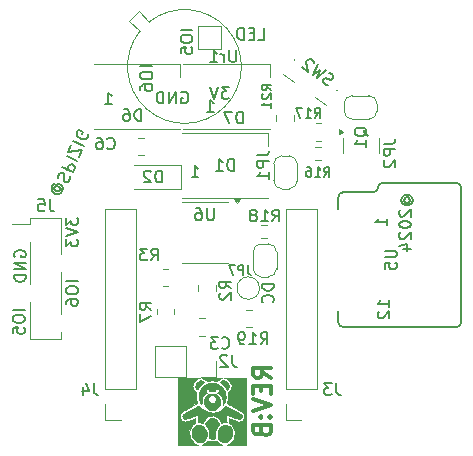
<source format=gbr>
%TF.GenerationSoftware,KiCad,Pcbnew,8.0.1*%
%TF.CreationDate,2024-05-06T20:27:01+02:00*%
%TF.ProjectId,SenseLoraCAM,53656e73-654c-46f7-9261-43414d2e6b69,rev?*%
%TF.SameCoordinates,Original*%
%TF.FileFunction,Legend,Bot*%
%TF.FilePolarity,Positive*%
%FSLAX46Y46*%
G04 Gerber Fmt 4.6, Leading zero omitted, Abs format (unit mm)*
G04 Created by KiCad (PCBNEW 8.0.1) date 2024-05-06 20:27:01*
%MOMM*%
%LPD*%
G01*
G04 APERTURE LIST*
%ADD10C,0.150000*%
%ADD11C,0.300000*%
%ADD12C,0.120000*%
%ADD13C,0.010000*%
G04 APERTURE END LIST*
D10*
X112969819Y-62536779D02*
X111969819Y-62536779D01*
X111969819Y-63203445D02*
X111969819Y-63393921D01*
X111969819Y-63393921D02*
X112017438Y-63489159D01*
X112017438Y-63489159D02*
X112112676Y-63584397D01*
X112112676Y-63584397D02*
X112303152Y-63632016D01*
X112303152Y-63632016D02*
X112636485Y-63632016D01*
X112636485Y-63632016D02*
X112826961Y-63584397D01*
X112826961Y-63584397D02*
X112922200Y-63489159D01*
X112922200Y-63489159D02*
X112969819Y-63393921D01*
X112969819Y-63393921D02*
X112969819Y-63203445D01*
X112969819Y-63203445D02*
X112922200Y-63108207D01*
X112922200Y-63108207D02*
X112826961Y-63012969D01*
X112826961Y-63012969D02*
X112636485Y-62965350D01*
X112636485Y-62965350D02*
X112303152Y-62965350D01*
X112303152Y-62965350D02*
X112112676Y-63012969D01*
X112112676Y-63012969D02*
X112017438Y-63108207D01*
X112017438Y-63108207D02*
X111969819Y-63203445D01*
X111969819Y-64536778D02*
X111969819Y-64060588D01*
X111969819Y-64060588D02*
X112446009Y-64012969D01*
X112446009Y-64012969D02*
X112398390Y-64060588D01*
X112398390Y-64060588D02*
X112350771Y-64155826D01*
X112350771Y-64155826D02*
X112350771Y-64393921D01*
X112350771Y-64393921D02*
X112398390Y-64489159D01*
X112398390Y-64489159D02*
X112446009Y-64536778D01*
X112446009Y-64536778D02*
X112541247Y-64584397D01*
X112541247Y-64584397D02*
X112779342Y-64584397D01*
X112779342Y-64584397D02*
X112874580Y-64536778D01*
X112874580Y-64536778D02*
X112922200Y-64489159D01*
X112922200Y-64489159D02*
X112969819Y-64393921D01*
X112969819Y-64393921D02*
X112969819Y-64155826D01*
X112969819Y-64155826D02*
X112922200Y-64060588D01*
X112922200Y-64060588D02*
X112874580Y-64012969D01*
X130993628Y-77155826D02*
X130946009Y-77108207D01*
X130946009Y-77108207D02*
X130898390Y-77012969D01*
X130898390Y-77012969D02*
X130898390Y-76917731D01*
X130898390Y-76917731D02*
X130946009Y-76822493D01*
X130946009Y-76822493D02*
X130993628Y-76774874D01*
X130993628Y-76774874D02*
X131088866Y-76727255D01*
X131088866Y-76727255D02*
X131184104Y-76727255D01*
X131184104Y-76727255D02*
X131279342Y-76774874D01*
X131279342Y-76774874D02*
X131326961Y-76822493D01*
X131326961Y-76822493D02*
X131374580Y-76917731D01*
X131374580Y-76917731D02*
X131374580Y-77012969D01*
X131374580Y-77012969D02*
X131326961Y-77108207D01*
X131326961Y-77108207D02*
X131279342Y-77155826D01*
X130898390Y-77155826D02*
X131279342Y-77155826D01*
X131279342Y-77155826D02*
X131326961Y-77203445D01*
X131326961Y-77203445D02*
X131326961Y-77251064D01*
X131326961Y-77251064D02*
X131279342Y-77346303D01*
X131279342Y-77346303D02*
X131184104Y-77393922D01*
X131184104Y-77393922D02*
X130946009Y-77393922D01*
X130946009Y-77393922D02*
X130803152Y-77298684D01*
X130803152Y-77298684D02*
X130707914Y-77155826D01*
X130707914Y-77155826D02*
X130660295Y-76965350D01*
X130660295Y-76965350D02*
X130707914Y-76774874D01*
X130707914Y-76774874D02*
X130803152Y-76632017D01*
X130803152Y-76632017D02*
X130946009Y-76536779D01*
X130946009Y-76536779D02*
X131136485Y-76489160D01*
X131136485Y-76489160D02*
X131326961Y-76536779D01*
X131326961Y-76536779D02*
X131469819Y-76632017D01*
X131469819Y-76632017D02*
X131565057Y-76774874D01*
X131565057Y-76774874D02*
X131612676Y-76965350D01*
X131612676Y-76965350D02*
X131565057Y-77155826D01*
X131565057Y-77155826D02*
X131469819Y-77298684D01*
X130565057Y-77774874D02*
X130517438Y-77822493D01*
X130517438Y-77822493D02*
X130469819Y-77917731D01*
X130469819Y-77917731D02*
X130469819Y-78155826D01*
X130469819Y-78155826D02*
X130517438Y-78251064D01*
X130517438Y-78251064D02*
X130565057Y-78298683D01*
X130565057Y-78298683D02*
X130660295Y-78346302D01*
X130660295Y-78346302D02*
X130755533Y-78346302D01*
X130755533Y-78346302D02*
X130898390Y-78298683D01*
X130898390Y-78298683D02*
X131469819Y-77727255D01*
X131469819Y-77727255D02*
X131469819Y-78346302D01*
X130469819Y-78965350D02*
X130469819Y-79060588D01*
X130469819Y-79060588D02*
X130517438Y-79155826D01*
X130517438Y-79155826D02*
X130565057Y-79203445D01*
X130565057Y-79203445D02*
X130660295Y-79251064D01*
X130660295Y-79251064D02*
X130850771Y-79298683D01*
X130850771Y-79298683D02*
X131088866Y-79298683D01*
X131088866Y-79298683D02*
X131279342Y-79251064D01*
X131279342Y-79251064D02*
X131374580Y-79203445D01*
X131374580Y-79203445D02*
X131422200Y-79155826D01*
X131422200Y-79155826D02*
X131469819Y-79060588D01*
X131469819Y-79060588D02*
X131469819Y-78965350D01*
X131469819Y-78965350D02*
X131422200Y-78870112D01*
X131422200Y-78870112D02*
X131374580Y-78822493D01*
X131374580Y-78822493D02*
X131279342Y-78774874D01*
X131279342Y-78774874D02*
X131088866Y-78727255D01*
X131088866Y-78727255D02*
X130850771Y-78727255D01*
X130850771Y-78727255D02*
X130660295Y-78774874D01*
X130660295Y-78774874D02*
X130565057Y-78822493D01*
X130565057Y-78822493D02*
X130517438Y-78870112D01*
X130517438Y-78870112D02*
X130469819Y-78965350D01*
X130565057Y-79679636D02*
X130517438Y-79727255D01*
X130517438Y-79727255D02*
X130469819Y-79822493D01*
X130469819Y-79822493D02*
X130469819Y-80060588D01*
X130469819Y-80060588D02*
X130517438Y-80155826D01*
X130517438Y-80155826D02*
X130565057Y-80203445D01*
X130565057Y-80203445D02*
X130660295Y-80251064D01*
X130660295Y-80251064D02*
X130755533Y-80251064D01*
X130755533Y-80251064D02*
X130898390Y-80203445D01*
X130898390Y-80203445D02*
X131469819Y-79632017D01*
X131469819Y-79632017D02*
X131469819Y-80251064D01*
X130803152Y-81108207D02*
X131469819Y-81108207D01*
X130422200Y-80870112D02*
X131136485Y-80632017D01*
X131136485Y-80632017D02*
X131136485Y-81251064D01*
X97917438Y-81760588D02*
X97869819Y-81665350D01*
X97869819Y-81665350D02*
X97869819Y-81522493D01*
X97869819Y-81522493D02*
X97917438Y-81379636D01*
X97917438Y-81379636D02*
X98012676Y-81284398D01*
X98012676Y-81284398D02*
X98107914Y-81236779D01*
X98107914Y-81236779D02*
X98298390Y-81189160D01*
X98298390Y-81189160D02*
X98441247Y-81189160D01*
X98441247Y-81189160D02*
X98631723Y-81236779D01*
X98631723Y-81236779D02*
X98726961Y-81284398D01*
X98726961Y-81284398D02*
X98822200Y-81379636D01*
X98822200Y-81379636D02*
X98869819Y-81522493D01*
X98869819Y-81522493D02*
X98869819Y-81617731D01*
X98869819Y-81617731D02*
X98822200Y-81760588D01*
X98822200Y-81760588D02*
X98774580Y-81808207D01*
X98774580Y-81808207D02*
X98441247Y-81808207D01*
X98441247Y-81808207D02*
X98441247Y-81617731D01*
X98869819Y-82236779D02*
X97869819Y-82236779D01*
X97869819Y-82236779D02*
X98869819Y-82808207D01*
X98869819Y-82808207D02*
X97869819Y-82808207D01*
X98869819Y-83284398D02*
X97869819Y-83284398D01*
X97869819Y-83284398D02*
X97869819Y-83522493D01*
X97869819Y-83522493D02*
X97917438Y-83665350D01*
X97917438Y-83665350D02*
X98012676Y-83760588D01*
X98012676Y-83760588D02*
X98107914Y-83808207D01*
X98107914Y-83808207D02*
X98298390Y-83855826D01*
X98298390Y-83855826D02*
X98441247Y-83855826D01*
X98441247Y-83855826D02*
X98631723Y-83808207D01*
X98631723Y-83808207D02*
X98726961Y-83760588D01*
X98726961Y-83760588D02*
X98822200Y-83665350D01*
X98822200Y-83665350D02*
X98869819Y-83522493D01*
X98869819Y-83522493D02*
X98869819Y-83284398D01*
X102269819Y-78441541D02*
X102269819Y-79060588D01*
X102269819Y-79060588D02*
X102650771Y-78727255D01*
X102650771Y-78727255D02*
X102650771Y-78870112D01*
X102650771Y-78870112D02*
X102698390Y-78965350D01*
X102698390Y-78965350D02*
X102746009Y-79012969D01*
X102746009Y-79012969D02*
X102841247Y-79060588D01*
X102841247Y-79060588D02*
X103079342Y-79060588D01*
X103079342Y-79060588D02*
X103174580Y-79012969D01*
X103174580Y-79012969D02*
X103222200Y-78965350D01*
X103222200Y-78965350D02*
X103269819Y-78870112D01*
X103269819Y-78870112D02*
X103269819Y-78584398D01*
X103269819Y-78584398D02*
X103222200Y-78489160D01*
X103222200Y-78489160D02*
X103174580Y-78441541D01*
X102269819Y-79346303D02*
X103269819Y-79679636D01*
X103269819Y-79679636D02*
X102269819Y-80012969D01*
X102269819Y-80251065D02*
X102269819Y-80870112D01*
X102269819Y-80870112D02*
X102650771Y-80536779D01*
X102650771Y-80536779D02*
X102650771Y-80679636D01*
X102650771Y-80679636D02*
X102698390Y-80774874D01*
X102698390Y-80774874D02*
X102746009Y-80822493D01*
X102746009Y-80822493D02*
X102841247Y-80870112D01*
X102841247Y-80870112D02*
X103079342Y-80870112D01*
X103079342Y-80870112D02*
X103174580Y-80822493D01*
X103174580Y-80822493D02*
X103222200Y-80774874D01*
X103222200Y-80774874D02*
X103269819Y-80679636D01*
X103269819Y-80679636D02*
X103269819Y-80393922D01*
X103269819Y-80393922D02*
X103222200Y-80298684D01*
X103222200Y-80298684D02*
X103174580Y-80251065D01*
X101731639Y-75857084D02*
X101756866Y-75919524D01*
X101756866Y-75919524D02*
X101763487Y-76025798D01*
X101763487Y-76025798D02*
X101726275Y-76113465D01*
X101726275Y-76113465D02*
X101645229Y-76182526D01*
X101645229Y-76182526D02*
X101582789Y-76207753D01*
X101582789Y-76207753D02*
X101476515Y-76214374D01*
X101476515Y-76214374D02*
X101388848Y-76177162D01*
X101388848Y-76177162D02*
X101319787Y-76096115D01*
X101319787Y-76096115D02*
X101294560Y-76033676D01*
X101294560Y-76033676D02*
X101287939Y-75927402D01*
X101287939Y-75927402D02*
X101325151Y-75839735D01*
X101325151Y-75839735D02*
X101406197Y-75770674D01*
X101406197Y-75770674D02*
X101468637Y-75745447D01*
X101819306Y-75894297D02*
X101468637Y-75745447D01*
X101468637Y-75745447D02*
X101443410Y-75683007D01*
X101443410Y-75683007D02*
X101462016Y-75639174D01*
X101462016Y-75639174D02*
X101543062Y-75570113D01*
X101543062Y-75570113D02*
X101649336Y-75563492D01*
X101649336Y-75563492D02*
X101868503Y-75656523D01*
X101868503Y-75656523D02*
X101962792Y-75800009D01*
X101962792Y-75800009D02*
X101994640Y-75968722D01*
X101994640Y-75968722D02*
X101964049Y-76162662D01*
X101964049Y-76162662D02*
X101845790Y-76319390D01*
X101845790Y-76319390D02*
X101702304Y-76413679D01*
X101702304Y-76413679D02*
X101533591Y-76445527D01*
X101533591Y-76445527D02*
X101339651Y-76414936D01*
X101339651Y-76414936D02*
X101182923Y-76296677D01*
X101182923Y-76296677D02*
X101088634Y-76153191D01*
X101088634Y-76153191D02*
X101056786Y-75984478D01*
X101056786Y-75984478D02*
X101087377Y-75790538D01*
X101087377Y-75790538D02*
X101205636Y-75633810D01*
X101205636Y-75633810D02*
X101349122Y-75539521D01*
X101579018Y-75119792D02*
X101591003Y-74969685D01*
X101591003Y-74969685D02*
X101684034Y-74750517D01*
X101684034Y-74750517D02*
X101765080Y-74681457D01*
X101765080Y-74681457D02*
X101827520Y-74656229D01*
X101827520Y-74656229D02*
X101933793Y-74649608D01*
X101933793Y-74649608D02*
X102021460Y-74686821D01*
X102021460Y-74686821D02*
X102090521Y-74767867D01*
X102090521Y-74767867D02*
X102115749Y-74830306D01*
X102115749Y-74830306D02*
X102122370Y-74936580D01*
X102122370Y-74936580D02*
X102091778Y-75130520D01*
X102091778Y-75130520D02*
X102098399Y-75236794D01*
X102098399Y-75236794D02*
X102123627Y-75299234D01*
X102123627Y-75299234D02*
X102192688Y-75380280D01*
X102192688Y-75380280D02*
X102280355Y-75417492D01*
X102280355Y-75417492D02*
X102386628Y-75410871D01*
X102386628Y-75410871D02*
X102449068Y-75385644D01*
X102449068Y-75385644D02*
X102530114Y-75316583D01*
X102530114Y-75316583D02*
X102623145Y-75097415D01*
X102623145Y-75097415D02*
X102635130Y-74947308D01*
X101925915Y-74180681D02*
X102846420Y-74571412D01*
X102846420Y-74571412D02*
X102995270Y-74220744D01*
X102995270Y-74220744D02*
X102988649Y-74114470D01*
X102988649Y-74114470D02*
X102963422Y-74052030D01*
X102963422Y-74052030D02*
X102894361Y-73970984D01*
X102894361Y-73970984D02*
X102762860Y-73915166D01*
X102762860Y-73915166D02*
X102656587Y-73921787D01*
X102656587Y-73921787D02*
X102594147Y-73947014D01*
X102594147Y-73947014D02*
X102513101Y-74016075D01*
X102513101Y-74016075D02*
X102364251Y-74366743D01*
X102316646Y-73260176D02*
X103237151Y-73650907D01*
X103386001Y-73300239D02*
X103646488Y-72686569D01*
X103646488Y-72686569D02*
X102465496Y-72909508D01*
X102465496Y-72909508D02*
X102725984Y-72295838D01*
X102874834Y-71945170D02*
X103795338Y-72335901D01*
X104142236Y-71396790D02*
X104148857Y-71503063D01*
X104148857Y-71503063D02*
X104093038Y-71634564D01*
X104093038Y-71634564D02*
X103993386Y-71747459D01*
X103993386Y-71747459D02*
X103868506Y-71797913D01*
X103868506Y-71797913D02*
X103762233Y-71804534D01*
X103762233Y-71804534D02*
X103568292Y-71773943D01*
X103568292Y-71773943D02*
X103436792Y-71718124D01*
X103436792Y-71718124D02*
X103280064Y-71599866D01*
X103280064Y-71599866D02*
X103211003Y-71518820D01*
X103211003Y-71518820D02*
X103160548Y-71393940D01*
X103160548Y-71393940D02*
X103172533Y-71243833D01*
X103172533Y-71243833D02*
X103209746Y-71156166D01*
X103209746Y-71156166D02*
X103309398Y-71043271D01*
X103309398Y-71043271D02*
X103371838Y-71018044D01*
X103371838Y-71018044D02*
X103678673Y-71148288D01*
X103678673Y-71148288D02*
X103604248Y-71323622D01*
X116058458Y-67369819D02*
X115439411Y-67369819D01*
X115439411Y-67369819D02*
X115772744Y-67750771D01*
X115772744Y-67750771D02*
X115629887Y-67750771D01*
X115629887Y-67750771D02*
X115534649Y-67798390D01*
X115534649Y-67798390D02*
X115487030Y-67846009D01*
X115487030Y-67846009D02*
X115439411Y-67941247D01*
X115439411Y-67941247D02*
X115439411Y-68179342D01*
X115439411Y-68179342D02*
X115487030Y-68274580D01*
X115487030Y-68274580D02*
X115534649Y-68322200D01*
X115534649Y-68322200D02*
X115629887Y-68369819D01*
X115629887Y-68369819D02*
X115915601Y-68369819D01*
X115915601Y-68369819D02*
X116010839Y-68322200D01*
X116010839Y-68322200D02*
X116058458Y-68274580D01*
X115153696Y-67369819D02*
X114820363Y-68369819D01*
X114820363Y-68369819D02*
X114487030Y-67369819D01*
X109569819Y-65636779D02*
X108569819Y-65636779D01*
X108569819Y-66303445D02*
X108569819Y-66493921D01*
X108569819Y-66493921D02*
X108617438Y-66589159D01*
X108617438Y-66589159D02*
X108712676Y-66684397D01*
X108712676Y-66684397D02*
X108903152Y-66732016D01*
X108903152Y-66732016D02*
X109236485Y-66732016D01*
X109236485Y-66732016D02*
X109426961Y-66684397D01*
X109426961Y-66684397D02*
X109522200Y-66589159D01*
X109522200Y-66589159D02*
X109569819Y-66493921D01*
X109569819Y-66493921D02*
X109569819Y-66303445D01*
X109569819Y-66303445D02*
X109522200Y-66208207D01*
X109522200Y-66208207D02*
X109426961Y-66112969D01*
X109426961Y-66112969D02*
X109236485Y-66065350D01*
X109236485Y-66065350D02*
X108903152Y-66065350D01*
X108903152Y-66065350D02*
X108712676Y-66112969D01*
X108712676Y-66112969D02*
X108617438Y-66208207D01*
X108617438Y-66208207D02*
X108569819Y-66303445D01*
X108569819Y-67589159D02*
X108569819Y-67398683D01*
X108569819Y-67398683D02*
X108617438Y-67303445D01*
X108617438Y-67303445D02*
X108665057Y-67255826D01*
X108665057Y-67255826D02*
X108807914Y-67160588D01*
X108807914Y-67160588D02*
X108998390Y-67112969D01*
X108998390Y-67112969D02*
X109379342Y-67112969D01*
X109379342Y-67112969D02*
X109474580Y-67160588D01*
X109474580Y-67160588D02*
X109522200Y-67208207D01*
X109522200Y-67208207D02*
X109569819Y-67303445D01*
X109569819Y-67303445D02*
X109569819Y-67493921D01*
X109569819Y-67493921D02*
X109522200Y-67589159D01*
X109522200Y-67589159D02*
X109474580Y-67636778D01*
X109474580Y-67636778D02*
X109379342Y-67684397D01*
X109379342Y-67684397D02*
X109141247Y-67684397D01*
X109141247Y-67684397D02*
X109046009Y-67636778D01*
X109046009Y-67636778D02*
X108998390Y-67589159D01*
X108998390Y-67589159D02*
X108950771Y-67493921D01*
X108950771Y-67493921D02*
X108950771Y-67303445D01*
X108950771Y-67303445D02*
X108998390Y-67208207D01*
X108998390Y-67208207D02*
X109046009Y-67160588D01*
X109046009Y-67160588D02*
X109141247Y-67112969D01*
X112039411Y-67817438D02*
X112134649Y-67769819D01*
X112134649Y-67769819D02*
X112277506Y-67769819D01*
X112277506Y-67769819D02*
X112420363Y-67817438D01*
X112420363Y-67817438D02*
X112515601Y-67912676D01*
X112515601Y-67912676D02*
X112563220Y-68007914D01*
X112563220Y-68007914D02*
X112610839Y-68198390D01*
X112610839Y-68198390D02*
X112610839Y-68341247D01*
X112610839Y-68341247D02*
X112563220Y-68531723D01*
X112563220Y-68531723D02*
X112515601Y-68626961D01*
X112515601Y-68626961D02*
X112420363Y-68722200D01*
X112420363Y-68722200D02*
X112277506Y-68769819D01*
X112277506Y-68769819D02*
X112182268Y-68769819D01*
X112182268Y-68769819D02*
X112039411Y-68722200D01*
X112039411Y-68722200D02*
X111991792Y-68674580D01*
X111991792Y-68674580D02*
X111991792Y-68341247D01*
X111991792Y-68341247D02*
X112182268Y-68341247D01*
X111563220Y-68769819D02*
X111563220Y-67769819D01*
X111563220Y-67769819D02*
X110991792Y-68769819D01*
X110991792Y-68769819D02*
X110991792Y-67769819D01*
X110515601Y-68769819D02*
X110515601Y-67769819D01*
X110515601Y-67769819D02*
X110277506Y-67769819D01*
X110277506Y-67769819D02*
X110134649Y-67817438D01*
X110134649Y-67817438D02*
X110039411Y-67912676D01*
X110039411Y-67912676D02*
X109991792Y-68007914D01*
X109991792Y-68007914D02*
X109944173Y-68198390D01*
X109944173Y-68198390D02*
X109944173Y-68341247D01*
X109944173Y-68341247D02*
X109991792Y-68531723D01*
X109991792Y-68531723D02*
X110039411Y-68626961D01*
X110039411Y-68626961D02*
X110134649Y-68722200D01*
X110134649Y-68722200D02*
X110277506Y-68769819D01*
X110277506Y-68769819D02*
X110515601Y-68769819D01*
X98769819Y-86236779D02*
X97769819Y-86236779D01*
X97769819Y-86903445D02*
X97769819Y-87093921D01*
X97769819Y-87093921D02*
X97817438Y-87189159D01*
X97817438Y-87189159D02*
X97912676Y-87284397D01*
X97912676Y-87284397D02*
X98103152Y-87332016D01*
X98103152Y-87332016D02*
X98436485Y-87332016D01*
X98436485Y-87332016D02*
X98626961Y-87284397D01*
X98626961Y-87284397D02*
X98722200Y-87189159D01*
X98722200Y-87189159D02*
X98769819Y-87093921D01*
X98769819Y-87093921D02*
X98769819Y-86903445D01*
X98769819Y-86903445D02*
X98722200Y-86808207D01*
X98722200Y-86808207D02*
X98626961Y-86712969D01*
X98626961Y-86712969D02*
X98436485Y-86665350D01*
X98436485Y-86665350D02*
X98103152Y-86665350D01*
X98103152Y-86665350D02*
X97912676Y-86712969D01*
X97912676Y-86712969D02*
X97817438Y-86808207D01*
X97817438Y-86808207D02*
X97769819Y-86903445D01*
X97769819Y-88236778D02*
X97769819Y-87760588D01*
X97769819Y-87760588D02*
X98246009Y-87712969D01*
X98246009Y-87712969D02*
X98198390Y-87760588D01*
X98198390Y-87760588D02*
X98150771Y-87855826D01*
X98150771Y-87855826D02*
X98150771Y-88093921D01*
X98150771Y-88093921D02*
X98198390Y-88189159D01*
X98198390Y-88189159D02*
X98246009Y-88236778D01*
X98246009Y-88236778D02*
X98341247Y-88284397D01*
X98341247Y-88284397D02*
X98579342Y-88284397D01*
X98579342Y-88284397D02*
X98674580Y-88236778D01*
X98674580Y-88236778D02*
X98722200Y-88189159D01*
X98722200Y-88189159D02*
X98769819Y-88093921D01*
X98769819Y-88093921D02*
X98769819Y-87855826D01*
X98769819Y-87855826D02*
X98722200Y-87760588D01*
X98722200Y-87760588D02*
X98674580Y-87712969D01*
D11*
X119600828Y-92011653D02*
X118886542Y-91511653D01*
X119600828Y-91154510D02*
X118100828Y-91154510D01*
X118100828Y-91154510D02*
X118100828Y-91725939D01*
X118100828Y-91725939D02*
X118172257Y-91868796D01*
X118172257Y-91868796D02*
X118243685Y-91940225D01*
X118243685Y-91940225D02*
X118386542Y-92011653D01*
X118386542Y-92011653D02*
X118600828Y-92011653D01*
X118600828Y-92011653D02*
X118743685Y-91940225D01*
X118743685Y-91940225D02*
X118815114Y-91868796D01*
X118815114Y-91868796D02*
X118886542Y-91725939D01*
X118886542Y-91725939D02*
X118886542Y-91154510D01*
X118815114Y-92654510D02*
X118815114Y-93154510D01*
X119600828Y-93368796D02*
X119600828Y-92654510D01*
X119600828Y-92654510D02*
X118100828Y-92654510D01*
X118100828Y-92654510D02*
X118100828Y-93368796D01*
X118100828Y-93797368D02*
X119600828Y-94297368D01*
X119600828Y-94297368D02*
X118100828Y-94797368D01*
X119457971Y-95297367D02*
X119529400Y-95368796D01*
X119529400Y-95368796D02*
X119600828Y-95297367D01*
X119600828Y-95297367D02*
X119529400Y-95225939D01*
X119529400Y-95225939D02*
X119457971Y-95297367D01*
X119457971Y-95297367D02*
X119600828Y-95297367D01*
X118672257Y-95297367D02*
X118743685Y-95368796D01*
X118743685Y-95368796D02*
X118815114Y-95297367D01*
X118815114Y-95297367D02*
X118743685Y-95225939D01*
X118743685Y-95225939D02*
X118672257Y-95297367D01*
X118672257Y-95297367D02*
X118815114Y-95297367D01*
X118815114Y-96511653D02*
X118886542Y-96725939D01*
X118886542Y-96725939D02*
X118957971Y-96797368D01*
X118957971Y-96797368D02*
X119100828Y-96868796D01*
X119100828Y-96868796D02*
X119315114Y-96868796D01*
X119315114Y-96868796D02*
X119457971Y-96797368D01*
X119457971Y-96797368D02*
X119529400Y-96725939D01*
X119529400Y-96725939D02*
X119600828Y-96583082D01*
X119600828Y-96583082D02*
X119600828Y-96011653D01*
X119600828Y-96011653D02*
X118100828Y-96011653D01*
X118100828Y-96011653D02*
X118100828Y-96511653D01*
X118100828Y-96511653D02*
X118172257Y-96654511D01*
X118172257Y-96654511D02*
X118243685Y-96725939D01*
X118243685Y-96725939D02*
X118386542Y-96797368D01*
X118386542Y-96797368D02*
X118529400Y-96797368D01*
X118529400Y-96797368D02*
X118672257Y-96725939D01*
X118672257Y-96725939D02*
X118743685Y-96654511D01*
X118743685Y-96654511D02*
X118815114Y-96511653D01*
X118815114Y-96511653D02*
X118815114Y-96011653D01*
D10*
X103269819Y-83836779D02*
X102269819Y-83836779D01*
X102269819Y-84503445D02*
X102269819Y-84693921D01*
X102269819Y-84693921D02*
X102317438Y-84789159D01*
X102317438Y-84789159D02*
X102412676Y-84884397D01*
X102412676Y-84884397D02*
X102603152Y-84932016D01*
X102603152Y-84932016D02*
X102936485Y-84932016D01*
X102936485Y-84932016D02*
X103126961Y-84884397D01*
X103126961Y-84884397D02*
X103222200Y-84789159D01*
X103222200Y-84789159D02*
X103269819Y-84693921D01*
X103269819Y-84693921D02*
X103269819Y-84503445D01*
X103269819Y-84503445D02*
X103222200Y-84408207D01*
X103222200Y-84408207D02*
X103126961Y-84312969D01*
X103126961Y-84312969D02*
X102936485Y-84265350D01*
X102936485Y-84265350D02*
X102603152Y-84265350D01*
X102603152Y-84265350D02*
X102412676Y-84312969D01*
X102412676Y-84312969D02*
X102317438Y-84408207D01*
X102317438Y-84408207D02*
X102269819Y-84503445D01*
X102269819Y-85789159D02*
X102269819Y-85598683D01*
X102269819Y-85598683D02*
X102317438Y-85503445D01*
X102317438Y-85503445D02*
X102365057Y-85455826D01*
X102365057Y-85455826D02*
X102507914Y-85360588D01*
X102507914Y-85360588D02*
X102698390Y-85312969D01*
X102698390Y-85312969D02*
X103079342Y-85312969D01*
X103079342Y-85312969D02*
X103174580Y-85360588D01*
X103174580Y-85360588D02*
X103222200Y-85408207D01*
X103222200Y-85408207D02*
X103269819Y-85503445D01*
X103269819Y-85503445D02*
X103269819Y-85693921D01*
X103269819Y-85693921D02*
X103222200Y-85789159D01*
X103222200Y-85789159D02*
X103174580Y-85836778D01*
X103174580Y-85836778D02*
X103079342Y-85884397D01*
X103079342Y-85884397D02*
X102841247Y-85884397D01*
X102841247Y-85884397D02*
X102746009Y-85836778D01*
X102746009Y-85836778D02*
X102698390Y-85789159D01*
X102698390Y-85789159D02*
X102650771Y-85693921D01*
X102650771Y-85693921D02*
X102650771Y-85503445D01*
X102650771Y-85503445D02*
X102698390Y-85408207D01*
X102698390Y-85408207D02*
X102746009Y-85360588D01*
X102746009Y-85360588D02*
X102841247Y-85312969D01*
X125133333Y-92454819D02*
X125133333Y-93169104D01*
X125133333Y-93169104D02*
X125180952Y-93311961D01*
X125180952Y-93311961D02*
X125276190Y-93407200D01*
X125276190Y-93407200D02*
X125419047Y-93454819D01*
X125419047Y-93454819D02*
X125514285Y-93454819D01*
X124752380Y-92454819D02*
X124133333Y-92454819D01*
X124133333Y-92454819D02*
X124466666Y-92835771D01*
X124466666Y-92835771D02*
X124323809Y-92835771D01*
X124323809Y-92835771D02*
X124228571Y-92883390D01*
X124228571Y-92883390D02*
X124180952Y-92931009D01*
X124180952Y-92931009D02*
X124133333Y-93026247D01*
X124133333Y-93026247D02*
X124133333Y-93264342D01*
X124133333Y-93264342D02*
X124180952Y-93359580D01*
X124180952Y-93359580D02*
X124228571Y-93407200D01*
X124228571Y-93407200D02*
X124323809Y-93454819D01*
X124323809Y-93454819D02*
X124609523Y-93454819D01*
X124609523Y-93454819D02*
X124704761Y-93407200D01*
X124704761Y-93407200D02*
X124752380Y-93359580D01*
X115466666Y-89459580D02*
X115514285Y-89507200D01*
X115514285Y-89507200D02*
X115657142Y-89554819D01*
X115657142Y-89554819D02*
X115752380Y-89554819D01*
X115752380Y-89554819D02*
X115895237Y-89507200D01*
X115895237Y-89507200D02*
X115990475Y-89411961D01*
X115990475Y-89411961D02*
X116038094Y-89316723D01*
X116038094Y-89316723D02*
X116085713Y-89126247D01*
X116085713Y-89126247D02*
X116085713Y-88983390D01*
X116085713Y-88983390D02*
X116038094Y-88792914D01*
X116038094Y-88792914D02*
X115990475Y-88697676D01*
X115990475Y-88697676D02*
X115895237Y-88602438D01*
X115895237Y-88602438D02*
X115752380Y-88554819D01*
X115752380Y-88554819D02*
X115657142Y-88554819D01*
X115657142Y-88554819D02*
X115514285Y-88602438D01*
X115514285Y-88602438D02*
X115466666Y-88650057D01*
X115133332Y-88554819D02*
X114514285Y-88554819D01*
X114514285Y-88554819D02*
X114847618Y-88935771D01*
X114847618Y-88935771D02*
X114704761Y-88935771D01*
X114704761Y-88935771D02*
X114609523Y-88983390D01*
X114609523Y-88983390D02*
X114561904Y-89031009D01*
X114561904Y-89031009D02*
X114514285Y-89126247D01*
X114514285Y-89126247D02*
X114514285Y-89364342D01*
X114514285Y-89364342D02*
X114561904Y-89459580D01*
X114561904Y-89459580D02*
X114609523Y-89507200D01*
X114609523Y-89507200D02*
X114704761Y-89554819D01*
X114704761Y-89554819D02*
X114990475Y-89554819D01*
X114990475Y-89554819D02*
X115085713Y-89507200D01*
X115085713Y-89507200D02*
X115133332Y-89459580D01*
X119662295Y-67635714D02*
X119281342Y-67369047D01*
X119662295Y-67178571D02*
X118862295Y-67178571D01*
X118862295Y-67178571D02*
X118862295Y-67483333D01*
X118862295Y-67483333D02*
X118900390Y-67559523D01*
X118900390Y-67559523D02*
X118938485Y-67597618D01*
X118938485Y-67597618D02*
X119014676Y-67635714D01*
X119014676Y-67635714D02*
X119128961Y-67635714D01*
X119128961Y-67635714D02*
X119205152Y-67597618D01*
X119205152Y-67597618D02*
X119243247Y-67559523D01*
X119243247Y-67559523D02*
X119281342Y-67483333D01*
X119281342Y-67483333D02*
X119281342Y-67178571D01*
X118938485Y-67940475D02*
X118900390Y-67978571D01*
X118900390Y-67978571D02*
X118862295Y-68054761D01*
X118862295Y-68054761D02*
X118862295Y-68245237D01*
X118862295Y-68245237D02*
X118900390Y-68321428D01*
X118900390Y-68321428D02*
X118938485Y-68359523D01*
X118938485Y-68359523D02*
X119014676Y-68397618D01*
X119014676Y-68397618D02*
X119090866Y-68397618D01*
X119090866Y-68397618D02*
X119205152Y-68359523D01*
X119205152Y-68359523D02*
X119662295Y-67902380D01*
X119662295Y-67902380D02*
X119662295Y-68397618D01*
X119662295Y-69159523D02*
X119662295Y-68702380D01*
X119662295Y-68930952D02*
X118862295Y-68930952D01*
X118862295Y-68930952D02*
X118976580Y-68854761D01*
X118976580Y-68854761D02*
X119052771Y-68778571D01*
X119052771Y-68778571D02*
X119090866Y-68702380D01*
X108638094Y-70254819D02*
X108638094Y-69254819D01*
X108638094Y-69254819D02*
X108399999Y-69254819D01*
X108399999Y-69254819D02*
X108257142Y-69302438D01*
X108257142Y-69302438D02*
X108161904Y-69397676D01*
X108161904Y-69397676D02*
X108114285Y-69492914D01*
X108114285Y-69492914D02*
X108066666Y-69683390D01*
X108066666Y-69683390D02*
X108066666Y-69826247D01*
X108066666Y-69826247D02*
X108114285Y-70016723D01*
X108114285Y-70016723D02*
X108161904Y-70111961D01*
X108161904Y-70111961D02*
X108257142Y-70207200D01*
X108257142Y-70207200D02*
X108399999Y-70254819D01*
X108399999Y-70254819D02*
X108638094Y-70254819D01*
X107209523Y-69254819D02*
X107399999Y-69254819D01*
X107399999Y-69254819D02*
X107495237Y-69302438D01*
X107495237Y-69302438D02*
X107542856Y-69350057D01*
X107542856Y-69350057D02*
X107638094Y-69492914D01*
X107638094Y-69492914D02*
X107685713Y-69683390D01*
X107685713Y-69683390D02*
X107685713Y-70064342D01*
X107685713Y-70064342D02*
X107638094Y-70159580D01*
X107638094Y-70159580D02*
X107590475Y-70207200D01*
X107590475Y-70207200D02*
X107495237Y-70254819D01*
X107495237Y-70254819D02*
X107304761Y-70254819D01*
X107304761Y-70254819D02*
X107209523Y-70207200D01*
X107209523Y-70207200D02*
X107161904Y-70159580D01*
X107161904Y-70159580D02*
X107114285Y-70064342D01*
X107114285Y-70064342D02*
X107114285Y-69826247D01*
X107114285Y-69826247D02*
X107161904Y-69731009D01*
X107161904Y-69731009D02*
X107209523Y-69683390D01*
X107209523Y-69683390D02*
X107304761Y-69635771D01*
X107304761Y-69635771D02*
X107495237Y-69635771D01*
X107495237Y-69635771D02*
X107590475Y-69683390D01*
X107590475Y-69683390D02*
X107638094Y-69731009D01*
X107638094Y-69731009D02*
X107685713Y-69826247D01*
X105564285Y-68854819D02*
X106135713Y-68854819D01*
X105849999Y-68854819D02*
X105849999Y-67854819D01*
X105849999Y-67854819D02*
X105945237Y-67997676D01*
X105945237Y-67997676D02*
X106040475Y-68092914D01*
X106040475Y-68092914D02*
X106135713Y-68140533D01*
X118742857Y-89154819D02*
X119076190Y-88678628D01*
X119314285Y-89154819D02*
X119314285Y-88154819D01*
X119314285Y-88154819D02*
X118933333Y-88154819D01*
X118933333Y-88154819D02*
X118838095Y-88202438D01*
X118838095Y-88202438D02*
X118790476Y-88250057D01*
X118790476Y-88250057D02*
X118742857Y-88345295D01*
X118742857Y-88345295D02*
X118742857Y-88488152D01*
X118742857Y-88488152D02*
X118790476Y-88583390D01*
X118790476Y-88583390D02*
X118838095Y-88631009D01*
X118838095Y-88631009D02*
X118933333Y-88678628D01*
X118933333Y-88678628D02*
X119314285Y-88678628D01*
X117790476Y-89154819D02*
X118361904Y-89154819D01*
X118076190Y-89154819D02*
X118076190Y-88154819D01*
X118076190Y-88154819D02*
X118171428Y-88297676D01*
X118171428Y-88297676D02*
X118266666Y-88392914D01*
X118266666Y-88392914D02*
X118361904Y-88440533D01*
X117314285Y-89154819D02*
X117123809Y-89154819D01*
X117123809Y-89154819D02*
X117028571Y-89107200D01*
X117028571Y-89107200D02*
X116980952Y-89059580D01*
X116980952Y-89059580D02*
X116885714Y-88916723D01*
X116885714Y-88916723D02*
X116838095Y-88726247D01*
X116838095Y-88726247D02*
X116838095Y-88345295D01*
X116838095Y-88345295D02*
X116885714Y-88250057D01*
X116885714Y-88250057D02*
X116933333Y-88202438D01*
X116933333Y-88202438D02*
X117028571Y-88154819D01*
X117028571Y-88154819D02*
X117219047Y-88154819D01*
X117219047Y-88154819D02*
X117314285Y-88202438D01*
X117314285Y-88202438D02*
X117361904Y-88250057D01*
X117361904Y-88250057D02*
X117409523Y-88345295D01*
X117409523Y-88345295D02*
X117409523Y-88583390D01*
X117409523Y-88583390D02*
X117361904Y-88678628D01*
X117361904Y-88678628D02*
X117314285Y-88726247D01*
X117314285Y-88726247D02*
X117219047Y-88773866D01*
X117219047Y-88773866D02*
X117028571Y-88773866D01*
X117028571Y-88773866D02*
X116933333Y-88726247D01*
X116933333Y-88726247D02*
X116885714Y-88678628D01*
X116885714Y-88678628D02*
X116838095Y-88583390D01*
X129254819Y-81238095D02*
X130064342Y-81238095D01*
X130064342Y-81238095D02*
X130159580Y-81285714D01*
X130159580Y-81285714D02*
X130207200Y-81333333D01*
X130207200Y-81333333D02*
X130254819Y-81428571D01*
X130254819Y-81428571D02*
X130254819Y-81619047D01*
X130254819Y-81619047D02*
X130207200Y-81714285D01*
X130207200Y-81714285D02*
X130159580Y-81761904D01*
X130159580Y-81761904D02*
X130064342Y-81809523D01*
X130064342Y-81809523D02*
X129254819Y-81809523D01*
X129254819Y-82761904D02*
X129254819Y-82285714D01*
X129254819Y-82285714D02*
X129731009Y-82238095D01*
X129731009Y-82238095D02*
X129683390Y-82285714D01*
X129683390Y-82285714D02*
X129635771Y-82380952D01*
X129635771Y-82380952D02*
X129635771Y-82619047D01*
X129635771Y-82619047D02*
X129683390Y-82714285D01*
X129683390Y-82714285D02*
X129731009Y-82761904D01*
X129731009Y-82761904D02*
X129826247Y-82809523D01*
X129826247Y-82809523D02*
X130064342Y-82809523D01*
X130064342Y-82809523D02*
X130159580Y-82761904D01*
X130159580Y-82761904D02*
X130207200Y-82714285D01*
X130207200Y-82714285D02*
X130254819Y-82619047D01*
X130254819Y-82619047D02*
X130254819Y-82380952D01*
X130254819Y-82380952D02*
X130207200Y-82285714D01*
X130207200Y-82285714D02*
X130159580Y-82238095D01*
X129454819Y-79085714D02*
X129454819Y-78514286D01*
X129454819Y-78800000D02*
X128454819Y-78800000D01*
X128454819Y-78800000D02*
X128597676Y-78704762D01*
X128597676Y-78704762D02*
X128692914Y-78609524D01*
X128692914Y-78609524D02*
X128740533Y-78514286D01*
X129654819Y-86009523D02*
X129654819Y-85438095D01*
X129654819Y-85723809D02*
X128654819Y-85723809D01*
X128654819Y-85723809D02*
X128797676Y-85628571D01*
X128797676Y-85628571D02*
X128892914Y-85533333D01*
X128892914Y-85533333D02*
X128940533Y-85438095D01*
X128750057Y-86390476D02*
X128702438Y-86438095D01*
X128702438Y-86438095D02*
X128654819Y-86533333D01*
X128654819Y-86533333D02*
X128654819Y-86771428D01*
X128654819Y-86771428D02*
X128702438Y-86866666D01*
X128702438Y-86866666D02*
X128750057Y-86914285D01*
X128750057Y-86914285D02*
X128845295Y-86961904D01*
X128845295Y-86961904D02*
X128940533Y-86961904D01*
X128940533Y-86961904D02*
X129083390Y-86914285D01*
X129083390Y-86914285D02*
X129654819Y-86342857D01*
X129654819Y-86342857D02*
X129654819Y-86961904D01*
X118454819Y-73166666D02*
X119169104Y-73166666D01*
X119169104Y-73166666D02*
X119311961Y-73119047D01*
X119311961Y-73119047D02*
X119407200Y-73023809D01*
X119407200Y-73023809D02*
X119454819Y-72880952D01*
X119454819Y-72880952D02*
X119454819Y-72785714D01*
X119454819Y-73642857D02*
X118454819Y-73642857D01*
X118454819Y-73642857D02*
X118454819Y-74023809D01*
X118454819Y-74023809D02*
X118502438Y-74119047D01*
X118502438Y-74119047D02*
X118550057Y-74166666D01*
X118550057Y-74166666D02*
X118645295Y-74214285D01*
X118645295Y-74214285D02*
X118788152Y-74214285D01*
X118788152Y-74214285D02*
X118883390Y-74166666D01*
X118883390Y-74166666D02*
X118931009Y-74119047D01*
X118931009Y-74119047D02*
X118978628Y-74023809D01*
X118978628Y-74023809D02*
X118978628Y-73642857D01*
X119454819Y-75166666D02*
X119454819Y-74595238D01*
X119454819Y-74880952D02*
X118454819Y-74880952D01*
X118454819Y-74880952D02*
X118597676Y-74785714D01*
X118597676Y-74785714D02*
X118692914Y-74690476D01*
X118692914Y-74690476D02*
X118740533Y-74595238D01*
X124114285Y-74962295D02*
X124380952Y-74581342D01*
X124571428Y-74962295D02*
X124571428Y-74162295D01*
X124571428Y-74162295D02*
X124266666Y-74162295D01*
X124266666Y-74162295D02*
X124190476Y-74200390D01*
X124190476Y-74200390D02*
X124152381Y-74238485D01*
X124152381Y-74238485D02*
X124114285Y-74314676D01*
X124114285Y-74314676D02*
X124114285Y-74428961D01*
X124114285Y-74428961D02*
X124152381Y-74505152D01*
X124152381Y-74505152D02*
X124190476Y-74543247D01*
X124190476Y-74543247D02*
X124266666Y-74581342D01*
X124266666Y-74581342D02*
X124571428Y-74581342D01*
X123352381Y-74962295D02*
X123809524Y-74962295D01*
X123580952Y-74962295D02*
X123580952Y-74162295D01*
X123580952Y-74162295D02*
X123657143Y-74276580D01*
X123657143Y-74276580D02*
X123733333Y-74352771D01*
X123733333Y-74352771D02*
X123809524Y-74390866D01*
X122666666Y-74162295D02*
X122819047Y-74162295D01*
X122819047Y-74162295D02*
X122895238Y-74200390D01*
X122895238Y-74200390D02*
X122933333Y-74238485D01*
X122933333Y-74238485D02*
X123009523Y-74352771D01*
X123009523Y-74352771D02*
X123047619Y-74505152D01*
X123047619Y-74505152D02*
X123047619Y-74809914D01*
X123047619Y-74809914D02*
X123009523Y-74886104D01*
X123009523Y-74886104D02*
X122971428Y-74924200D01*
X122971428Y-74924200D02*
X122895238Y-74962295D01*
X122895238Y-74962295D02*
X122742857Y-74962295D01*
X122742857Y-74962295D02*
X122666666Y-74924200D01*
X122666666Y-74924200D02*
X122628571Y-74886104D01*
X122628571Y-74886104D02*
X122590476Y-74809914D01*
X122590476Y-74809914D02*
X122590476Y-74619438D01*
X122590476Y-74619438D02*
X122628571Y-74543247D01*
X122628571Y-74543247D02*
X122666666Y-74505152D01*
X122666666Y-74505152D02*
X122742857Y-74467057D01*
X122742857Y-74467057D02*
X122895238Y-74467057D01*
X122895238Y-74467057D02*
X122971428Y-74505152D01*
X122971428Y-74505152D02*
X123009523Y-74543247D01*
X123009523Y-74543247D02*
X123047619Y-74619438D01*
X116333333Y-90054819D02*
X116333333Y-90769104D01*
X116333333Y-90769104D02*
X116380952Y-90911961D01*
X116380952Y-90911961D02*
X116476190Y-91007200D01*
X116476190Y-91007200D02*
X116619047Y-91054819D01*
X116619047Y-91054819D02*
X116714285Y-91054819D01*
X115904761Y-90150057D02*
X115857142Y-90102438D01*
X115857142Y-90102438D02*
X115761904Y-90054819D01*
X115761904Y-90054819D02*
X115523809Y-90054819D01*
X115523809Y-90054819D02*
X115428571Y-90102438D01*
X115428571Y-90102438D02*
X115380952Y-90150057D01*
X115380952Y-90150057D02*
X115333333Y-90245295D01*
X115333333Y-90245295D02*
X115333333Y-90340533D01*
X115333333Y-90340533D02*
X115380952Y-90483390D01*
X115380952Y-90483390D02*
X115952380Y-91054819D01*
X115952380Y-91054819D02*
X115333333Y-91054819D01*
X100878333Y-76884819D02*
X100878333Y-77599104D01*
X100878333Y-77599104D02*
X100925952Y-77741961D01*
X100925952Y-77741961D02*
X101021190Y-77837200D01*
X101021190Y-77837200D02*
X101164047Y-77884819D01*
X101164047Y-77884819D02*
X101259285Y-77884819D01*
X99925952Y-76884819D02*
X100402142Y-76884819D01*
X100402142Y-76884819D02*
X100449761Y-77361009D01*
X100449761Y-77361009D02*
X100402142Y-77313390D01*
X100402142Y-77313390D02*
X100306904Y-77265771D01*
X100306904Y-77265771D02*
X100068809Y-77265771D01*
X100068809Y-77265771D02*
X99973571Y-77313390D01*
X99973571Y-77313390D02*
X99925952Y-77361009D01*
X99925952Y-77361009D02*
X99878333Y-77456247D01*
X99878333Y-77456247D02*
X99878333Y-77694342D01*
X99878333Y-77694342D02*
X99925952Y-77789580D01*
X99925952Y-77789580D02*
X99973571Y-77837200D01*
X99973571Y-77837200D02*
X100068809Y-77884819D01*
X100068809Y-77884819D02*
X100306904Y-77884819D01*
X100306904Y-77884819D02*
X100402142Y-77837200D01*
X100402142Y-77837200D02*
X100449761Y-77789580D01*
X129154819Y-72166666D02*
X129869104Y-72166666D01*
X129869104Y-72166666D02*
X130011961Y-72119047D01*
X130011961Y-72119047D02*
X130107200Y-72023809D01*
X130107200Y-72023809D02*
X130154819Y-71880952D01*
X130154819Y-71880952D02*
X130154819Y-71785714D01*
X130154819Y-72642857D02*
X129154819Y-72642857D01*
X129154819Y-72642857D02*
X129154819Y-73023809D01*
X129154819Y-73023809D02*
X129202438Y-73119047D01*
X129202438Y-73119047D02*
X129250057Y-73166666D01*
X129250057Y-73166666D02*
X129345295Y-73214285D01*
X129345295Y-73214285D02*
X129488152Y-73214285D01*
X129488152Y-73214285D02*
X129583390Y-73166666D01*
X129583390Y-73166666D02*
X129631009Y-73119047D01*
X129631009Y-73119047D02*
X129678628Y-73023809D01*
X129678628Y-73023809D02*
X129678628Y-72642857D01*
X129250057Y-73595238D02*
X129202438Y-73642857D01*
X129202438Y-73642857D02*
X129154819Y-73738095D01*
X129154819Y-73738095D02*
X129154819Y-73976190D01*
X129154819Y-73976190D02*
X129202438Y-74071428D01*
X129202438Y-74071428D02*
X129250057Y-74119047D01*
X129250057Y-74119047D02*
X129345295Y-74166666D01*
X129345295Y-74166666D02*
X129440533Y-74166666D01*
X129440533Y-74166666D02*
X129583390Y-74119047D01*
X129583390Y-74119047D02*
X130154819Y-73547619D01*
X130154819Y-73547619D02*
X130154819Y-74166666D01*
X110388094Y-75454819D02*
X110388094Y-74454819D01*
X110388094Y-74454819D02*
X110149999Y-74454819D01*
X110149999Y-74454819D02*
X110007142Y-74502438D01*
X110007142Y-74502438D02*
X109911904Y-74597676D01*
X109911904Y-74597676D02*
X109864285Y-74692914D01*
X109864285Y-74692914D02*
X109816666Y-74883390D01*
X109816666Y-74883390D02*
X109816666Y-75026247D01*
X109816666Y-75026247D02*
X109864285Y-75216723D01*
X109864285Y-75216723D02*
X109911904Y-75311961D01*
X109911904Y-75311961D02*
X110007142Y-75407200D01*
X110007142Y-75407200D02*
X110149999Y-75454819D01*
X110149999Y-75454819D02*
X110388094Y-75454819D01*
X109435713Y-74550057D02*
X109388094Y-74502438D01*
X109388094Y-74502438D02*
X109292856Y-74454819D01*
X109292856Y-74454819D02*
X109054761Y-74454819D01*
X109054761Y-74454819D02*
X108959523Y-74502438D01*
X108959523Y-74502438D02*
X108911904Y-74550057D01*
X108911904Y-74550057D02*
X108864285Y-74645295D01*
X108864285Y-74645295D02*
X108864285Y-74740533D01*
X108864285Y-74740533D02*
X108911904Y-74883390D01*
X108911904Y-74883390D02*
X109483332Y-75454819D01*
X109483332Y-75454819D02*
X108864285Y-75454819D01*
X105766666Y-72559580D02*
X105814285Y-72607200D01*
X105814285Y-72607200D02*
X105957142Y-72654819D01*
X105957142Y-72654819D02*
X106052380Y-72654819D01*
X106052380Y-72654819D02*
X106195237Y-72607200D01*
X106195237Y-72607200D02*
X106290475Y-72511961D01*
X106290475Y-72511961D02*
X106338094Y-72416723D01*
X106338094Y-72416723D02*
X106385713Y-72226247D01*
X106385713Y-72226247D02*
X106385713Y-72083390D01*
X106385713Y-72083390D02*
X106338094Y-71892914D01*
X106338094Y-71892914D02*
X106290475Y-71797676D01*
X106290475Y-71797676D02*
X106195237Y-71702438D01*
X106195237Y-71702438D02*
X106052380Y-71654819D01*
X106052380Y-71654819D02*
X105957142Y-71654819D01*
X105957142Y-71654819D02*
X105814285Y-71702438D01*
X105814285Y-71702438D02*
X105766666Y-71750057D01*
X104909523Y-71654819D02*
X105099999Y-71654819D01*
X105099999Y-71654819D02*
X105195237Y-71702438D01*
X105195237Y-71702438D02*
X105242856Y-71750057D01*
X105242856Y-71750057D02*
X105338094Y-71892914D01*
X105338094Y-71892914D02*
X105385713Y-72083390D01*
X105385713Y-72083390D02*
X105385713Y-72464342D01*
X105385713Y-72464342D02*
X105338094Y-72559580D01*
X105338094Y-72559580D02*
X105290475Y-72607200D01*
X105290475Y-72607200D02*
X105195237Y-72654819D01*
X105195237Y-72654819D02*
X105004761Y-72654819D01*
X105004761Y-72654819D02*
X104909523Y-72607200D01*
X104909523Y-72607200D02*
X104861904Y-72559580D01*
X104861904Y-72559580D02*
X104814285Y-72464342D01*
X104814285Y-72464342D02*
X104814285Y-72226247D01*
X104814285Y-72226247D02*
X104861904Y-72131009D01*
X104861904Y-72131009D02*
X104909523Y-72083390D01*
X104909523Y-72083390D02*
X105004761Y-72035771D01*
X105004761Y-72035771D02*
X105195237Y-72035771D01*
X105195237Y-72035771D02*
X105290475Y-72083390D01*
X105290475Y-72083390D02*
X105338094Y-72131009D01*
X105338094Y-72131009D02*
X105385713Y-72226247D01*
X119854819Y-84038095D02*
X118854819Y-84038095D01*
X118854819Y-84038095D02*
X118854819Y-84276190D01*
X118854819Y-84276190D02*
X118902438Y-84419047D01*
X118902438Y-84419047D02*
X118997676Y-84514285D01*
X118997676Y-84514285D02*
X119092914Y-84561904D01*
X119092914Y-84561904D02*
X119283390Y-84609523D01*
X119283390Y-84609523D02*
X119426247Y-84609523D01*
X119426247Y-84609523D02*
X119616723Y-84561904D01*
X119616723Y-84561904D02*
X119711961Y-84514285D01*
X119711961Y-84514285D02*
X119807200Y-84419047D01*
X119807200Y-84419047D02*
X119854819Y-84276190D01*
X119854819Y-84276190D02*
X119854819Y-84038095D01*
X119759580Y-85609523D02*
X119807200Y-85561904D01*
X119807200Y-85561904D02*
X119854819Y-85419047D01*
X119854819Y-85419047D02*
X119854819Y-85323809D01*
X119854819Y-85323809D02*
X119807200Y-85180952D01*
X119807200Y-85180952D02*
X119711961Y-85085714D01*
X119711961Y-85085714D02*
X119616723Y-85038095D01*
X119616723Y-85038095D02*
X119426247Y-84990476D01*
X119426247Y-84990476D02*
X119283390Y-84990476D01*
X119283390Y-84990476D02*
X119092914Y-85038095D01*
X119092914Y-85038095D02*
X118997676Y-85085714D01*
X118997676Y-85085714D02*
X118902438Y-85180952D01*
X118902438Y-85180952D02*
X118854819Y-85323809D01*
X118854819Y-85323809D02*
X118854819Y-85419047D01*
X118854819Y-85419047D02*
X118902438Y-85561904D01*
X118902438Y-85561904D02*
X118950057Y-85609523D01*
X127800057Y-71554761D02*
X127752438Y-71459523D01*
X127752438Y-71459523D02*
X127657200Y-71364285D01*
X127657200Y-71364285D02*
X127514342Y-71221428D01*
X127514342Y-71221428D02*
X127466723Y-71126190D01*
X127466723Y-71126190D02*
X127466723Y-71030952D01*
X127704819Y-71078571D02*
X127657200Y-70983333D01*
X127657200Y-70983333D02*
X127561961Y-70888095D01*
X127561961Y-70888095D02*
X127371485Y-70840476D01*
X127371485Y-70840476D02*
X127038152Y-70840476D01*
X127038152Y-70840476D02*
X126847676Y-70888095D01*
X126847676Y-70888095D02*
X126752438Y-70983333D01*
X126752438Y-70983333D02*
X126704819Y-71078571D01*
X126704819Y-71078571D02*
X126704819Y-71269047D01*
X126704819Y-71269047D02*
X126752438Y-71364285D01*
X126752438Y-71364285D02*
X126847676Y-71459523D01*
X126847676Y-71459523D02*
X127038152Y-71507142D01*
X127038152Y-71507142D02*
X127371485Y-71507142D01*
X127371485Y-71507142D02*
X127561961Y-71459523D01*
X127561961Y-71459523D02*
X127657200Y-71364285D01*
X127657200Y-71364285D02*
X127704819Y-71269047D01*
X127704819Y-71269047D02*
X127704819Y-71078571D01*
X127704819Y-72459523D02*
X127704819Y-71888095D01*
X127704819Y-72173809D02*
X126704819Y-72173809D01*
X126704819Y-72173809D02*
X126847676Y-72078571D01*
X126847676Y-72078571D02*
X126942914Y-71983333D01*
X126942914Y-71983333D02*
X126990533Y-71888095D01*
X118542857Y-63354819D02*
X119019047Y-63354819D01*
X119019047Y-63354819D02*
X119019047Y-62354819D01*
X118209523Y-62831009D02*
X117876190Y-62831009D01*
X117733333Y-63354819D02*
X118209523Y-63354819D01*
X118209523Y-63354819D02*
X118209523Y-62354819D01*
X118209523Y-62354819D02*
X117733333Y-62354819D01*
X117304761Y-63354819D02*
X117304761Y-62354819D01*
X117304761Y-62354819D02*
X117066666Y-62354819D01*
X117066666Y-62354819D02*
X116923809Y-62402438D01*
X116923809Y-62402438D02*
X116828571Y-62497676D01*
X116828571Y-62497676D02*
X116780952Y-62592914D01*
X116780952Y-62592914D02*
X116733333Y-62783390D01*
X116733333Y-62783390D02*
X116733333Y-62926247D01*
X116733333Y-62926247D02*
X116780952Y-63116723D01*
X116780952Y-63116723D02*
X116828571Y-63211961D01*
X116828571Y-63211961D02*
X116923809Y-63307200D01*
X116923809Y-63307200D02*
X117066666Y-63354819D01*
X117066666Y-63354819D02*
X117304761Y-63354819D01*
X124431480Y-67232008D02*
X124287917Y-67186563D01*
X124287917Y-67186563D02*
X124095294Y-67046614D01*
X124095294Y-67046614D02*
X124046234Y-66952110D01*
X124046234Y-66952110D02*
X124035699Y-66885595D01*
X124035699Y-66885595D02*
X124053154Y-66780556D01*
X124053154Y-66780556D02*
X124109134Y-66703507D01*
X124109134Y-66703507D02*
X124203638Y-66654448D01*
X124203638Y-66654448D02*
X124270152Y-66643913D01*
X124270152Y-66643913D02*
X124375191Y-66661368D01*
X124375191Y-66661368D02*
X124557280Y-66734802D01*
X124557280Y-66734802D02*
X124662319Y-66752257D01*
X124662319Y-66752257D02*
X124728833Y-66741722D01*
X124728833Y-66741722D02*
X124823337Y-66692663D01*
X124823337Y-66692663D02*
X124879317Y-66615614D01*
X124879317Y-66615614D02*
X124896772Y-66510575D01*
X124896772Y-66510575D02*
X124886237Y-66444060D01*
X124886237Y-66444060D02*
X124837177Y-66349556D01*
X124837177Y-66349556D02*
X124644554Y-66209607D01*
X124644554Y-66209607D02*
X124500991Y-66164163D01*
X124259308Y-65929709D02*
X123478900Y-66598778D01*
X123478900Y-66598778D02*
X123744648Y-65908949D01*
X123744648Y-65908949D02*
X123170703Y-66374859D01*
X123170703Y-66374859D02*
X123565865Y-65425894D01*
X123240213Y-65307014D02*
X123229678Y-65240500D01*
X123229678Y-65240500D02*
X123180619Y-65145996D01*
X123180619Y-65145996D02*
X122987996Y-65006047D01*
X122987996Y-65006047D02*
X122882957Y-64988592D01*
X122882957Y-64988592D02*
X122816442Y-64999127D01*
X122816442Y-64999127D02*
X122721938Y-65048186D01*
X122721938Y-65048186D02*
X122665959Y-65125236D01*
X122665959Y-65125236D02*
X122620514Y-65268799D01*
X122620514Y-65268799D02*
X122746932Y-66066972D01*
X122746932Y-66066972D02*
X122246112Y-65703105D01*
X116254819Y-84433333D02*
X115778628Y-84100000D01*
X116254819Y-83861905D02*
X115254819Y-83861905D01*
X115254819Y-83861905D02*
X115254819Y-84242857D01*
X115254819Y-84242857D02*
X115302438Y-84338095D01*
X115302438Y-84338095D02*
X115350057Y-84385714D01*
X115350057Y-84385714D02*
X115445295Y-84433333D01*
X115445295Y-84433333D02*
X115588152Y-84433333D01*
X115588152Y-84433333D02*
X115683390Y-84385714D01*
X115683390Y-84385714D02*
X115731009Y-84338095D01*
X115731009Y-84338095D02*
X115778628Y-84242857D01*
X115778628Y-84242857D02*
X115778628Y-83861905D01*
X115350057Y-84814286D02*
X115302438Y-84861905D01*
X115302438Y-84861905D02*
X115254819Y-84957143D01*
X115254819Y-84957143D02*
X115254819Y-85195238D01*
X115254819Y-85195238D02*
X115302438Y-85290476D01*
X115302438Y-85290476D02*
X115350057Y-85338095D01*
X115350057Y-85338095D02*
X115445295Y-85385714D01*
X115445295Y-85385714D02*
X115540533Y-85385714D01*
X115540533Y-85385714D02*
X115683390Y-85338095D01*
X115683390Y-85338095D02*
X116254819Y-84766667D01*
X116254819Y-84766667D02*
X116254819Y-85385714D01*
X117238094Y-70454819D02*
X117238094Y-69454819D01*
X117238094Y-69454819D02*
X116999999Y-69454819D01*
X116999999Y-69454819D02*
X116857142Y-69502438D01*
X116857142Y-69502438D02*
X116761904Y-69597676D01*
X116761904Y-69597676D02*
X116714285Y-69692914D01*
X116714285Y-69692914D02*
X116666666Y-69883390D01*
X116666666Y-69883390D02*
X116666666Y-70026247D01*
X116666666Y-70026247D02*
X116714285Y-70216723D01*
X116714285Y-70216723D02*
X116761904Y-70311961D01*
X116761904Y-70311961D02*
X116857142Y-70407200D01*
X116857142Y-70407200D02*
X116999999Y-70454819D01*
X116999999Y-70454819D02*
X117238094Y-70454819D01*
X116333332Y-69454819D02*
X115666666Y-69454819D01*
X115666666Y-69454819D02*
X116095237Y-70454819D01*
X114214285Y-69454819D02*
X114785713Y-69454819D01*
X114499999Y-69454819D02*
X114499999Y-68454819D01*
X114499999Y-68454819D02*
X114595237Y-68597676D01*
X114595237Y-68597676D02*
X114690475Y-68692914D01*
X114690475Y-68692914D02*
X114785713Y-68740533D01*
X123314285Y-69962295D02*
X123580952Y-69581342D01*
X123771428Y-69962295D02*
X123771428Y-69162295D01*
X123771428Y-69162295D02*
X123466666Y-69162295D01*
X123466666Y-69162295D02*
X123390476Y-69200390D01*
X123390476Y-69200390D02*
X123352381Y-69238485D01*
X123352381Y-69238485D02*
X123314285Y-69314676D01*
X123314285Y-69314676D02*
X123314285Y-69428961D01*
X123314285Y-69428961D02*
X123352381Y-69505152D01*
X123352381Y-69505152D02*
X123390476Y-69543247D01*
X123390476Y-69543247D02*
X123466666Y-69581342D01*
X123466666Y-69581342D02*
X123771428Y-69581342D01*
X122552381Y-69962295D02*
X123009524Y-69962295D01*
X122780952Y-69962295D02*
X122780952Y-69162295D01*
X122780952Y-69162295D02*
X122857143Y-69276580D01*
X122857143Y-69276580D02*
X122933333Y-69352771D01*
X122933333Y-69352771D02*
X123009524Y-69390866D01*
X122285714Y-69162295D02*
X121752380Y-69162295D01*
X121752380Y-69162295D02*
X122095238Y-69962295D01*
X117666666Y-82462295D02*
X117666666Y-83033723D01*
X117666666Y-83033723D02*
X117704761Y-83148009D01*
X117704761Y-83148009D02*
X117780952Y-83224200D01*
X117780952Y-83224200D02*
X117895237Y-83262295D01*
X117895237Y-83262295D02*
X117971428Y-83262295D01*
X117285713Y-83262295D02*
X117285713Y-82462295D01*
X117285713Y-82462295D02*
X116980951Y-82462295D01*
X116980951Y-82462295D02*
X116904761Y-82500390D01*
X116904761Y-82500390D02*
X116866666Y-82538485D01*
X116866666Y-82538485D02*
X116828570Y-82614676D01*
X116828570Y-82614676D02*
X116828570Y-82728961D01*
X116828570Y-82728961D02*
X116866666Y-82805152D01*
X116866666Y-82805152D02*
X116904761Y-82843247D01*
X116904761Y-82843247D02*
X116980951Y-82881342D01*
X116980951Y-82881342D02*
X117285713Y-82881342D01*
X116561904Y-82462295D02*
X116028570Y-82462295D01*
X116028570Y-82462295D02*
X116371428Y-83262295D01*
X116488094Y-74454819D02*
X116488094Y-73454819D01*
X116488094Y-73454819D02*
X116249999Y-73454819D01*
X116249999Y-73454819D02*
X116107142Y-73502438D01*
X116107142Y-73502438D02*
X116011904Y-73597676D01*
X116011904Y-73597676D02*
X115964285Y-73692914D01*
X115964285Y-73692914D02*
X115916666Y-73883390D01*
X115916666Y-73883390D02*
X115916666Y-74026247D01*
X115916666Y-74026247D02*
X115964285Y-74216723D01*
X115964285Y-74216723D02*
X116011904Y-74311961D01*
X116011904Y-74311961D02*
X116107142Y-74407200D01*
X116107142Y-74407200D02*
X116249999Y-74454819D01*
X116249999Y-74454819D02*
X116488094Y-74454819D01*
X114964285Y-74454819D02*
X115535713Y-74454819D01*
X115249999Y-74454819D02*
X115249999Y-73454819D01*
X115249999Y-73454819D02*
X115345237Y-73597676D01*
X115345237Y-73597676D02*
X115440475Y-73692914D01*
X115440475Y-73692914D02*
X115535713Y-73740533D01*
X112914285Y-75004819D02*
X113485713Y-75004819D01*
X113199999Y-75004819D02*
X113199999Y-74004819D01*
X113199999Y-74004819D02*
X113295237Y-74147676D01*
X113295237Y-74147676D02*
X113390475Y-74242914D01*
X113390475Y-74242914D02*
X113485713Y-74290533D01*
X104633333Y-92454819D02*
X104633333Y-93169104D01*
X104633333Y-93169104D02*
X104680952Y-93311961D01*
X104680952Y-93311961D02*
X104776190Y-93407200D01*
X104776190Y-93407200D02*
X104919047Y-93454819D01*
X104919047Y-93454819D02*
X105014285Y-93454819D01*
X103728571Y-92788152D02*
X103728571Y-93454819D01*
X103966666Y-92407200D02*
X104204761Y-93121485D01*
X104204761Y-93121485D02*
X103585714Y-93121485D01*
X109466666Y-82054819D02*
X109799999Y-81578628D01*
X110038094Y-82054819D02*
X110038094Y-81054819D01*
X110038094Y-81054819D02*
X109657142Y-81054819D01*
X109657142Y-81054819D02*
X109561904Y-81102438D01*
X109561904Y-81102438D02*
X109514285Y-81150057D01*
X109514285Y-81150057D02*
X109466666Y-81245295D01*
X109466666Y-81245295D02*
X109466666Y-81388152D01*
X109466666Y-81388152D02*
X109514285Y-81483390D01*
X109514285Y-81483390D02*
X109561904Y-81531009D01*
X109561904Y-81531009D02*
X109657142Y-81578628D01*
X109657142Y-81578628D02*
X110038094Y-81578628D01*
X109133332Y-81054819D02*
X108514285Y-81054819D01*
X108514285Y-81054819D02*
X108847618Y-81435771D01*
X108847618Y-81435771D02*
X108704761Y-81435771D01*
X108704761Y-81435771D02*
X108609523Y-81483390D01*
X108609523Y-81483390D02*
X108561904Y-81531009D01*
X108561904Y-81531009D02*
X108514285Y-81626247D01*
X108514285Y-81626247D02*
X108514285Y-81864342D01*
X108514285Y-81864342D02*
X108561904Y-81959580D01*
X108561904Y-81959580D02*
X108609523Y-82007200D01*
X108609523Y-82007200D02*
X108704761Y-82054819D01*
X108704761Y-82054819D02*
X108990475Y-82054819D01*
X108990475Y-82054819D02*
X109085713Y-82007200D01*
X109085713Y-82007200D02*
X109133332Y-81959580D01*
X109504819Y-86233333D02*
X109028628Y-85900000D01*
X109504819Y-85661905D02*
X108504819Y-85661905D01*
X108504819Y-85661905D02*
X108504819Y-86042857D01*
X108504819Y-86042857D02*
X108552438Y-86138095D01*
X108552438Y-86138095D02*
X108600057Y-86185714D01*
X108600057Y-86185714D02*
X108695295Y-86233333D01*
X108695295Y-86233333D02*
X108838152Y-86233333D01*
X108838152Y-86233333D02*
X108933390Y-86185714D01*
X108933390Y-86185714D02*
X108981009Y-86138095D01*
X108981009Y-86138095D02*
X109028628Y-86042857D01*
X109028628Y-86042857D02*
X109028628Y-85661905D01*
X108504819Y-86566667D02*
X108504819Y-87233333D01*
X108504819Y-87233333D02*
X109504819Y-86804762D01*
X119742857Y-78754819D02*
X120076190Y-78278628D01*
X120314285Y-78754819D02*
X120314285Y-77754819D01*
X120314285Y-77754819D02*
X119933333Y-77754819D01*
X119933333Y-77754819D02*
X119838095Y-77802438D01*
X119838095Y-77802438D02*
X119790476Y-77850057D01*
X119790476Y-77850057D02*
X119742857Y-77945295D01*
X119742857Y-77945295D02*
X119742857Y-78088152D01*
X119742857Y-78088152D02*
X119790476Y-78183390D01*
X119790476Y-78183390D02*
X119838095Y-78231009D01*
X119838095Y-78231009D02*
X119933333Y-78278628D01*
X119933333Y-78278628D02*
X120314285Y-78278628D01*
X118790476Y-78754819D02*
X119361904Y-78754819D01*
X119076190Y-78754819D02*
X119076190Y-77754819D01*
X119076190Y-77754819D02*
X119171428Y-77897676D01*
X119171428Y-77897676D02*
X119266666Y-77992914D01*
X119266666Y-77992914D02*
X119361904Y-78040533D01*
X118219047Y-78183390D02*
X118314285Y-78135771D01*
X118314285Y-78135771D02*
X118361904Y-78088152D01*
X118361904Y-78088152D02*
X118409523Y-77992914D01*
X118409523Y-77992914D02*
X118409523Y-77945295D01*
X118409523Y-77945295D02*
X118361904Y-77850057D01*
X118361904Y-77850057D02*
X118314285Y-77802438D01*
X118314285Y-77802438D02*
X118219047Y-77754819D01*
X118219047Y-77754819D02*
X118028571Y-77754819D01*
X118028571Y-77754819D02*
X117933333Y-77802438D01*
X117933333Y-77802438D02*
X117885714Y-77850057D01*
X117885714Y-77850057D02*
X117838095Y-77945295D01*
X117838095Y-77945295D02*
X117838095Y-77992914D01*
X117838095Y-77992914D02*
X117885714Y-78088152D01*
X117885714Y-78088152D02*
X117933333Y-78135771D01*
X117933333Y-78135771D02*
X118028571Y-78183390D01*
X118028571Y-78183390D02*
X118219047Y-78183390D01*
X118219047Y-78183390D02*
X118314285Y-78231009D01*
X118314285Y-78231009D02*
X118361904Y-78278628D01*
X118361904Y-78278628D02*
X118409523Y-78373866D01*
X118409523Y-78373866D02*
X118409523Y-78564342D01*
X118409523Y-78564342D02*
X118361904Y-78659580D01*
X118361904Y-78659580D02*
X118314285Y-78707200D01*
X118314285Y-78707200D02*
X118219047Y-78754819D01*
X118219047Y-78754819D02*
X118028571Y-78754819D01*
X118028571Y-78754819D02*
X117933333Y-78707200D01*
X117933333Y-78707200D02*
X117885714Y-78659580D01*
X117885714Y-78659580D02*
X117838095Y-78564342D01*
X117838095Y-78564342D02*
X117838095Y-78373866D01*
X117838095Y-78373866D02*
X117885714Y-78278628D01*
X117885714Y-78278628D02*
X117933333Y-78231009D01*
X117933333Y-78231009D02*
X118028571Y-78183390D01*
X114786904Y-77654819D02*
X114786904Y-78464342D01*
X114786904Y-78464342D02*
X114739285Y-78559580D01*
X114739285Y-78559580D02*
X114691666Y-78607200D01*
X114691666Y-78607200D02*
X114596428Y-78654819D01*
X114596428Y-78654819D02*
X114405952Y-78654819D01*
X114405952Y-78654819D02*
X114310714Y-78607200D01*
X114310714Y-78607200D02*
X114263095Y-78559580D01*
X114263095Y-78559580D02*
X114215476Y-78464342D01*
X114215476Y-78464342D02*
X114215476Y-77654819D01*
X113310714Y-77654819D02*
X113501190Y-77654819D01*
X113501190Y-77654819D02*
X113596428Y-77702438D01*
X113596428Y-77702438D02*
X113644047Y-77750057D01*
X113644047Y-77750057D02*
X113739285Y-77892914D01*
X113739285Y-77892914D02*
X113786904Y-78083390D01*
X113786904Y-78083390D02*
X113786904Y-78464342D01*
X113786904Y-78464342D02*
X113739285Y-78559580D01*
X113739285Y-78559580D02*
X113691666Y-78607200D01*
X113691666Y-78607200D02*
X113596428Y-78654819D01*
X113596428Y-78654819D02*
X113405952Y-78654819D01*
X113405952Y-78654819D02*
X113310714Y-78607200D01*
X113310714Y-78607200D02*
X113263095Y-78559580D01*
X113263095Y-78559580D02*
X113215476Y-78464342D01*
X113215476Y-78464342D02*
X113215476Y-78226247D01*
X113215476Y-78226247D02*
X113263095Y-78131009D01*
X113263095Y-78131009D02*
X113310714Y-78083390D01*
X113310714Y-78083390D02*
X113405952Y-78035771D01*
X113405952Y-78035771D02*
X113596428Y-78035771D01*
X113596428Y-78035771D02*
X113691666Y-78083390D01*
X113691666Y-78083390D02*
X113739285Y-78131009D01*
X113739285Y-78131009D02*
X113786904Y-78226247D01*
X116671428Y-64254819D02*
X116671428Y-65064342D01*
X116671428Y-65064342D02*
X116623809Y-65159580D01*
X116623809Y-65159580D02*
X116576190Y-65207200D01*
X116576190Y-65207200D02*
X116480952Y-65254819D01*
X116480952Y-65254819D02*
X116290476Y-65254819D01*
X116290476Y-65254819D02*
X116195238Y-65207200D01*
X116195238Y-65207200D02*
X116147619Y-65159580D01*
X116147619Y-65159580D02*
X116100000Y-65064342D01*
X116100000Y-65064342D02*
X116100000Y-64254819D01*
X115623809Y-65254819D02*
X115623809Y-64588152D01*
X115623809Y-64778628D02*
X115576190Y-64683390D01*
X115576190Y-64683390D02*
X115528571Y-64635771D01*
X115528571Y-64635771D02*
X115433333Y-64588152D01*
X115433333Y-64588152D02*
X115338095Y-64588152D01*
X114480952Y-65254819D02*
X115052380Y-65254819D01*
X114766666Y-65254819D02*
X114766666Y-64254819D01*
X114766666Y-64254819D02*
X114861904Y-64397676D01*
X114861904Y-64397676D02*
X114957142Y-64492914D01*
X114957142Y-64492914D02*
X115052380Y-64540533D01*
D12*
%TO.C,J3*%
X120870000Y-77670000D02*
X120870000Y-92970000D01*
X120870000Y-95570000D02*
X120870000Y-94240000D01*
X122200000Y-95570000D02*
X120870000Y-95570000D01*
X123530000Y-77670000D02*
X120870000Y-77670000D01*
X123530000Y-77670000D02*
X123530000Y-92970000D01*
X123530000Y-92970000D02*
X120870000Y-92970000D01*
%TO.C,C3*%
X114023752Y-86965000D02*
X113501248Y-86965000D01*
X114023752Y-88435000D02*
X113501248Y-88435000D01*
%TO.C,R21*%
X120065000Y-69772936D02*
X120065000Y-70227064D01*
X121535000Y-69772936D02*
X121535000Y-70227064D01*
%TO.C,D6*%
X111950000Y-65400000D02*
X104650000Y-65400000D01*
X111950000Y-66550000D02*
X111950000Y-65400000D01*
X111950000Y-70900000D02*
X104650000Y-70900000D01*
%TO.C,R19*%
X117547936Y-86265000D02*
X118002064Y-86265000D01*
X117547936Y-87735000D02*
X118002064Y-87735000D01*
D10*
%TO.C,U5*%
X125325000Y-76700000D02*
X125325000Y-77700000D01*
X125325000Y-86300000D02*
X125325000Y-87300000D01*
X125675000Y-76300000D02*
X128275000Y-76300000D01*
X125725000Y-87700000D02*
X135325000Y-87700000D01*
X129075000Y-75500000D02*
X135325000Y-75500000D01*
X135725000Y-87300000D02*
X135725000Y-75900000D01*
X125325000Y-76700000D02*
G75*
G02*
X125725000Y-76300000I400000J0D01*
G01*
X125725000Y-87700000D02*
G75*
G02*
X125325000Y-87300000I-1J399999D01*
G01*
X128675000Y-75900000D02*
G75*
G02*
X128275000Y-76300000I-400000J0D01*
G01*
X128675000Y-75900000D02*
G75*
G02*
X129075000Y-75500000I400000J0D01*
G01*
X135325000Y-75500000D02*
G75*
G02*
X135725000Y-75900000I0J-400000D01*
G01*
X135725000Y-87300000D02*
G75*
G02*
X135325000Y-87700000I-399999J-1D01*
G01*
D12*
%TO.C,JP1*%
X119850000Y-75300000D02*
X119850000Y-73900000D01*
X120550000Y-73200000D02*
X121150000Y-73200000D01*
X121150000Y-76000000D02*
X120550000Y-76000000D01*
X121850000Y-73900000D02*
X121850000Y-75300000D01*
X119850000Y-73900000D02*
G75*
G02*
X120550000Y-73200000I699999J1D01*
G01*
X120550000Y-76000000D02*
G75*
G02*
X119850000Y-75300000I0J700000D01*
G01*
X121150000Y-73200000D02*
G75*
G02*
X121850000Y-73900000I1J-699999D01*
G01*
X121850000Y-75300000D02*
G75*
G02*
X121150000Y-76000000I-700000J0D01*
G01*
%TO.C,R16*%
X123362742Y-72477500D02*
X123837258Y-72477500D01*
X123362742Y-73522500D02*
X123837258Y-73522500D01*
%TO.C,J2*%
X109805000Y-89270000D02*
X109805000Y-91930000D01*
X109805000Y-89270000D02*
X112405000Y-89270000D01*
X109805000Y-91930000D02*
X112405000Y-91930000D01*
X112405000Y-89270000D02*
X112405000Y-91930000D01*
X115005000Y-90600000D02*
X115005000Y-91930000D01*
X115005000Y-91930000D02*
X113675000Y-91930000D01*
%TO.C,J5*%
X97695000Y-79000000D02*
X99215000Y-79000000D01*
X99215000Y-78430000D02*
X101875000Y-78430000D01*
X99215000Y-79000000D02*
X99215000Y-78430000D01*
X99215000Y-84080000D02*
X99215000Y-80520000D01*
X99215000Y-88710000D02*
X99215000Y-85600000D01*
X99215000Y-88710000D02*
X101875000Y-88710000D01*
X101875000Y-81540000D02*
X101875000Y-78430000D01*
X101875000Y-86620000D02*
X101875000Y-83060000D01*
X101875000Y-88710000D02*
X101875000Y-88140000D01*
%TO.C,JP2*%
X125800000Y-69400000D02*
X125800000Y-68800000D01*
X126500000Y-68100000D02*
X127900000Y-68100000D01*
X127900000Y-70100000D02*
X126500000Y-70100000D01*
X128600000Y-68800000D02*
X128600000Y-69400000D01*
X125800000Y-68800000D02*
G75*
G02*
X126500000Y-68100000I699999J1D01*
G01*
X126500000Y-70100000D02*
G75*
G02*
X125800000Y-69400000I-1J699999D01*
G01*
X127900000Y-68100000D02*
G75*
G02*
X128600000Y-68800000I0J-700000D01*
G01*
X128600000Y-69400000D02*
G75*
G02*
X127900000Y-70100000I-700000J0D01*
G01*
%TO.C,D2*%
X108000000Y-74000000D02*
X112010000Y-74000000D01*
X108000000Y-76000000D02*
X112010000Y-76000000D01*
X112010000Y-76000000D02*
X112010000Y-74000000D01*
%TO.C,C6*%
X108376248Y-71665000D02*
X108898752Y-71665000D01*
X108376248Y-73135000D02*
X108898752Y-73135000D01*
%TO.C,DC*%
X118650000Y-84400000D02*
G75*
G02*
X116750000Y-84400000I-950000J0D01*
G01*
X116750000Y-84400000D02*
G75*
G02*
X118650000Y-84400000I950000J0D01*
G01*
%TO.C,Q1*%
X125690000Y-71662500D02*
X125690000Y-72312500D01*
X125690000Y-72962500D02*
X125690000Y-72312500D01*
X128810000Y-71662500D02*
X128810000Y-72312500D01*
X128810000Y-72962500D02*
X128810000Y-72312500D01*
X125740000Y-71150000D02*
X125410000Y-71390000D01*
X125410000Y-70910000D01*
X125740000Y-71150000D01*
G36*
X125740000Y-71150000D02*
G01*
X125410000Y-71390000D01*
X125410000Y-70910000D01*
X125740000Y-71150000D01*
G37*
%TO.C,LED*%
X113450000Y-62250000D02*
X115350000Y-62250000D01*
X113450000Y-64150000D02*
X113450000Y-62250000D01*
X115350000Y-62250000D02*
X115350000Y-64150000D01*
X115350000Y-64150000D02*
X113450000Y-64150000D01*
%TO.C,SW2*%
X121560398Y-66941805D02*
X120670479Y-66295241D01*
X121610936Y-65000814D02*
X121563912Y-65065536D01*
X124246335Y-68893252D02*
X123356416Y-68246690D01*
X125186792Y-67598824D02*
X125139768Y-67663546D01*
%TO.C,R2*%
X113465000Y-84172936D02*
X113465000Y-84627064D01*
X114935000Y-84172936D02*
X114935000Y-84627064D01*
%TO.C,D7*%
X119500000Y-65400000D02*
X112200000Y-65400000D01*
X119500000Y-66550000D02*
X119500000Y-65400000D01*
X119500000Y-70900000D02*
X112200000Y-70900000D01*
%TO.C,R17*%
X123852064Y-70465000D02*
X123397936Y-70465000D01*
X123852064Y-71935000D02*
X123397936Y-71935000D01*
%TO.C,JP7*%
X118100000Y-82750000D02*
X118100000Y-81350000D01*
X118800000Y-80650000D02*
X119400000Y-80650000D01*
X119400000Y-83450000D02*
X118800000Y-83450000D01*
X120100000Y-81350000D02*
X120100000Y-82750000D01*
X118100000Y-81350000D02*
G75*
G02*
X118800000Y-80650000I699999J1D01*
G01*
X118800000Y-83450000D02*
G75*
G02*
X118100000Y-82750000I0J700000D01*
G01*
X119400000Y-80650000D02*
G75*
G02*
X120100000Y-81350000I1J-699999D01*
G01*
X120100000Y-82750000D02*
G75*
G02*
X119400000Y-83450000I-700000J0D01*
G01*
%TO.C,D1*%
X119400000Y-71250000D02*
X112100000Y-71250000D01*
X119400000Y-72400000D02*
X119400000Y-71250000D01*
X119400000Y-76750000D02*
X112100000Y-76750000D01*
D13*
%TO.C,TP1*%
X113785552Y-92231869D02*
X113902570Y-92296166D01*
X113992438Y-92364711D01*
X113867947Y-92448548D01*
X113842650Y-92466331D01*
X113729774Y-92560490D01*
X113617655Y-92674063D01*
X113520468Y-92791714D01*
X113452390Y-92898108D01*
X113452000Y-92898872D01*
X113417311Y-92958337D01*
X113388921Y-92979044D01*
X113355107Y-92969606D01*
X113313587Y-92935681D01*
X113259969Y-92865551D01*
X113218097Y-92785542D01*
X113201200Y-92717336D01*
X113203792Y-92682501D01*
X113239535Y-92569981D01*
X113310793Y-92452985D01*
X113409288Y-92343323D01*
X113526743Y-92252806D01*
X113555196Y-92237434D01*
X113666604Y-92211927D01*
X113785552Y-92231869D01*
G36*
X113785552Y-92231869D02*
G01*
X113902570Y-92296166D01*
X113992438Y-92364711D01*
X113867947Y-92448548D01*
X113842650Y-92466331D01*
X113729774Y-92560490D01*
X113617655Y-92674063D01*
X113520468Y-92791714D01*
X113452390Y-92898108D01*
X113452000Y-92898872D01*
X113417311Y-92958337D01*
X113388921Y-92979044D01*
X113355107Y-92969606D01*
X113313587Y-92935681D01*
X113259969Y-92865551D01*
X113218097Y-92785542D01*
X113201200Y-92717336D01*
X113203792Y-92682501D01*
X113239535Y-92569981D01*
X113310793Y-92452985D01*
X113409288Y-92343323D01*
X113526743Y-92252806D01*
X113555196Y-92237434D01*
X113666604Y-92211927D01*
X113785552Y-92231869D01*
G37*
X115108820Y-97426399D02*
X115185759Y-97500612D01*
X115338785Y-97606155D01*
X115499900Y-97669366D01*
X115501776Y-97669929D01*
X115488559Y-97674076D01*
X115430199Y-97677881D01*
X115331698Y-97681236D01*
X115198056Y-97684033D01*
X115034275Y-97686165D01*
X114845356Y-97687523D01*
X114636300Y-97688000D01*
X114607956Y-97687991D01*
X114401253Y-97687393D01*
X114215341Y-97685927D01*
X114055222Y-97683702D01*
X113925897Y-97680826D01*
X113832368Y-97677406D01*
X113779635Y-97673550D01*
X113772700Y-97669366D01*
X113862775Y-97639818D01*
X114021009Y-97551985D01*
X114163781Y-97426399D01*
X114273178Y-97307717D01*
X114999423Y-97307717D01*
X115108820Y-97426399D01*
G36*
X115108820Y-97426399D02*
G01*
X115185759Y-97500612D01*
X115338785Y-97606155D01*
X115499900Y-97669366D01*
X115501776Y-97669929D01*
X115488559Y-97674076D01*
X115430199Y-97677881D01*
X115331698Y-97681236D01*
X115198056Y-97684033D01*
X115034275Y-97686165D01*
X114845356Y-97687523D01*
X114636300Y-97688000D01*
X114607956Y-97687991D01*
X114401253Y-97687393D01*
X114215341Y-97685927D01*
X114055222Y-97683702D01*
X113925897Y-97680826D01*
X113832368Y-97677406D01*
X113779635Y-97673550D01*
X113772700Y-97669366D01*
X113862775Y-97639818D01*
X114021009Y-97551985D01*
X114163781Y-97426399D01*
X114273178Y-97307717D01*
X114999423Y-97307717D01*
X115108820Y-97426399D01*
G37*
X115749754Y-92255037D02*
X115859848Y-92339213D01*
X115955771Y-92445664D01*
X116025744Y-92560507D01*
X116063379Y-92673159D01*
X116062292Y-92773034D01*
X116058111Y-92785989D01*
X116023691Y-92849545D01*
X115972570Y-92915035D01*
X115953483Y-92934959D01*
X115908735Y-92977321D01*
X115883926Y-92994200D01*
X115878496Y-92990952D01*
X115853295Y-92956863D01*
X115819963Y-92897623D01*
X115806784Y-92873509D01*
X115730530Y-92763373D01*
X115628656Y-92645633D01*
X115515313Y-92535591D01*
X115404654Y-92448548D01*
X115280163Y-92364711D01*
X115370031Y-92296166D01*
X115400137Y-92274947D01*
X115519877Y-92221722D01*
X115639083Y-92214796D01*
X115749754Y-92255037D01*
G36*
X115749754Y-92255037D02*
G01*
X115859848Y-92339213D01*
X115955771Y-92445664D01*
X116025744Y-92560507D01*
X116063379Y-92673159D01*
X116062292Y-92773034D01*
X116058111Y-92785989D01*
X116023691Y-92849545D01*
X115972570Y-92915035D01*
X115953483Y-92934959D01*
X115908735Y-92977321D01*
X115883926Y-92994200D01*
X115878496Y-92990952D01*
X115853295Y-92956863D01*
X115819963Y-92897623D01*
X115806784Y-92873509D01*
X115730530Y-92763373D01*
X115628656Y-92645633D01*
X115515313Y-92535591D01*
X115404654Y-92448548D01*
X115280163Y-92364711D01*
X115370031Y-92296166D01*
X115400137Y-92274947D01*
X115519877Y-92221722D01*
X115639083Y-92214796D01*
X115749754Y-92255037D01*
G37*
X113659181Y-96007181D02*
X113806239Y-96074720D01*
X113941457Y-96186097D01*
X113964456Y-96211333D01*
X114069841Y-96363237D01*
X114138869Y-96530368D01*
X114172260Y-96704836D01*
X114170731Y-96878754D01*
X114135003Y-97044232D01*
X114065794Y-97193382D01*
X113963823Y-97318316D01*
X113829809Y-97411146D01*
X113809334Y-97420730D01*
X113662868Y-97460211D01*
X113514903Y-97454705D01*
X113371371Y-97408702D01*
X113238206Y-97326693D01*
X113121339Y-97213168D01*
X113026703Y-97072619D01*
X112960231Y-96909535D01*
X112927856Y-96728409D01*
X112926648Y-96709533D01*
X112931251Y-96538767D01*
X112969553Y-96388935D01*
X113046204Y-96240885D01*
X113101767Y-96166281D01*
X113221575Y-96063031D01*
X113359387Y-96001793D01*
X113507743Y-95983024D01*
X113659181Y-96007181D01*
G36*
X113659181Y-96007181D02*
G01*
X113806239Y-96074720D01*
X113941457Y-96186097D01*
X113964456Y-96211333D01*
X114069841Y-96363237D01*
X114138869Y-96530368D01*
X114172260Y-96704836D01*
X114170731Y-96878754D01*
X114135003Y-97044232D01*
X114065794Y-97193382D01*
X113963823Y-97318316D01*
X113829809Y-97411146D01*
X113809334Y-97420730D01*
X113662868Y-97460211D01*
X113514903Y-97454705D01*
X113371371Y-97408702D01*
X113238206Y-97326693D01*
X113121339Y-97213168D01*
X113026703Y-97072619D01*
X112960231Y-96909535D01*
X112927856Y-96728409D01*
X112926648Y-96709533D01*
X112931251Y-96538767D01*
X112969553Y-96388935D01*
X113046204Y-96240885D01*
X113101767Y-96166281D01*
X113221575Y-96063031D01*
X113359387Y-96001793D01*
X113507743Y-95983024D01*
X113659181Y-96007181D01*
G37*
X115869561Y-95991612D02*
X116003052Y-96037837D01*
X116122337Y-96118711D01*
X116221783Y-96231220D01*
X116295756Y-96372349D01*
X116338621Y-96539083D01*
X116344745Y-96728409D01*
X116334496Y-96813959D01*
X116280218Y-97002370D01*
X116187452Y-97168754D01*
X116061160Y-97305461D01*
X115906300Y-97404837D01*
X115862008Y-97423087D01*
X115760040Y-97452634D01*
X115670535Y-97464351D01*
X115631062Y-97463063D01*
X115482089Y-97430663D01*
X115354907Y-97359575D01*
X115251259Y-97256365D01*
X115172889Y-97127601D01*
X115121540Y-96979849D01*
X115098957Y-96819675D01*
X115106882Y-96653646D01*
X115147059Y-96488329D01*
X115221232Y-96330291D01*
X115331144Y-96186097D01*
X115440201Y-96090973D01*
X115582502Y-96015165D01*
X115727500Y-95983050D01*
X115869561Y-95991612D01*
G36*
X115869561Y-95991612D02*
G01*
X116003052Y-96037837D01*
X116122337Y-96118711D01*
X116221783Y-96231220D01*
X116295756Y-96372349D01*
X116338621Y-96539083D01*
X116344745Y-96728409D01*
X116334496Y-96813959D01*
X116280218Y-97002370D01*
X116187452Y-97168754D01*
X116061160Y-97305461D01*
X115906300Y-97404837D01*
X115862008Y-97423087D01*
X115760040Y-97452634D01*
X115670535Y-97464351D01*
X115631062Y-97463063D01*
X115482089Y-97430663D01*
X115354907Y-97359575D01*
X115251259Y-97256365D01*
X115172889Y-97127601D01*
X115121540Y-96979849D01*
X115098957Y-96819675D01*
X115106882Y-96653646D01*
X115147059Y-96488329D01*
X115221232Y-96330291D01*
X115331144Y-96186097D01*
X115440201Y-96090973D01*
X115582502Y-96015165D01*
X115727500Y-95983050D01*
X115869561Y-95991612D01*
G37*
X115006808Y-91981731D02*
X115167424Y-91982785D01*
X115288075Y-91984721D01*
X115372806Y-91987700D01*
X115425659Y-91991883D01*
X115450682Y-91997431D01*
X115451917Y-92004505D01*
X115433410Y-92013266D01*
X115417477Y-92019144D01*
X115293004Y-92077860D01*
X115188722Y-92148785D01*
X115119638Y-92221939D01*
X115080469Y-92264948D01*
X115034460Y-92270443D01*
X114984508Y-92254203D01*
X114850747Y-92228422D01*
X114695977Y-92215601D01*
X114537649Y-92216033D01*
X114393214Y-92230008D01*
X114280123Y-92257819D01*
X114264898Y-92263309D01*
X114221799Y-92269943D01*
X114183079Y-92250792D01*
X114130851Y-92198779D01*
X114100296Y-92167991D01*
X113966065Y-92069770D01*
X113810965Y-92001932D01*
X113818085Y-91997746D01*
X113869951Y-91993531D01*
X113962566Y-91989746D01*
X114090720Y-91986522D01*
X114249202Y-91983986D01*
X114432799Y-91982268D01*
X114636300Y-91981498D01*
X114802181Y-91981396D01*
X115006808Y-91981731D01*
G36*
X115006808Y-91981731D02*
G01*
X115167424Y-91982785D01*
X115288075Y-91984721D01*
X115372806Y-91987700D01*
X115425659Y-91991883D01*
X115450682Y-91997431D01*
X115451917Y-92004505D01*
X115433410Y-92013266D01*
X115417477Y-92019144D01*
X115293004Y-92077860D01*
X115188722Y-92148785D01*
X115119638Y-92221939D01*
X115080469Y-92264948D01*
X115034460Y-92270443D01*
X114984508Y-92254203D01*
X114850747Y-92228422D01*
X114695977Y-92215601D01*
X114537649Y-92216033D01*
X114393214Y-92230008D01*
X114280123Y-92257819D01*
X114264898Y-92263309D01*
X114221799Y-92269943D01*
X114183079Y-92250792D01*
X114130851Y-92198779D01*
X114100296Y-92167991D01*
X113966065Y-92069770D01*
X113810965Y-92001932D01*
X113818085Y-91997746D01*
X113869951Y-91993531D01*
X113962566Y-91989746D01*
X114090720Y-91986522D01*
X114249202Y-91983986D01*
X114432799Y-91982268D01*
X114636300Y-91981498D01*
X114802181Y-91981396D01*
X115006808Y-91981731D01*
G37*
X114843326Y-95450585D02*
X114974087Y-95520506D01*
X115085139Y-95626422D01*
X115168413Y-95768334D01*
X115192951Y-95835307D01*
X115203905Y-95917141D01*
X115180407Y-95991695D01*
X115119451Y-96077968D01*
X115078681Y-96133155D01*
X115015115Y-96234632D01*
X114961754Y-96336243D01*
X114937811Y-96390802D01*
X114913964Y-96460153D01*
X114900036Y-96533256D01*
X114893380Y-96625782D01*
X114891353Y-96753400D01*
X114891931Y-96833562D01*
X114895683Y-96942381D01*
X114902170Y-97027642D01*
X114910580Y-97075729D01*
X114915009Y-97088737D01*
X114916281Y-97117917D01*
X114888844Y-97132958D01*
X114821680Y-97142086D01*
X114803397Y-97143452D01*
X114730012Y-97145193D01*
X114637004Y-97144111D01*
X114538458Y-97140776D01*
X114448458Y-97135760D01*
X114381090Y-97129635D01*
X114350436Y-97122971D01*
X114349919Y-97121940D01*
X114355027Y-97091837D01*
X114372455Y-97035529D01*
X114373802Y-97031428D01*
X114386391Y-96957903D01*
X114391835Y-96849426D01*
X114389371Y-96720261D01*
X114383832Y-96644286D01*
X114344843Y-96434259D01*
X114269357Y-96249318D01*
X114153150Y-96077968D01*
X114108688Y-96018945D01*
X114072708Y-95942518D01*
X114072210Y-95865314D01*
X114104188Y-95768334D01*
X114176315Y-95640916D01*
X114284582Y-95530859D01*
X114413486Y-95456797D01*
X114554957Y-95418731D01*
X114700927Y-95416660D01*
X114843326Y-95450585D01*
G36*
X114843326Y-95450585D02*
G01*
X114974087Y-95520506D01*
X115085139Y-95626422D01*
X115168413Y-95768334D01*
X115192951Y-95835307D01*
X115203905Y-95917141D01*
X115180407Y-95991695D01*
X115119451Y-96077968D01*
X115078681Y-96133155D01*
X115015115Y-96234632D01*
X114961754Y-96336243D01*
X114937811Y-96390802D01*
X114913964Y-96460153D01*
X114900036Y-96533256D01*
X114893380Y-96625782D01*
X114891353Y-96753400D01*
X114891931Y-96833562D01*
X114895683Y-96942381D01*
X114902170Y-97027642D01*
X114910580Y-97075729D01*
X114915009Y-97088737D01*
X114916281Y-97117917D01*
X114888844Y-97132958D01*
X114821680Y-97142086D01*
X114803397Y-97143452D01*
X114730012Y-97145193D01*
X114637004Y-97144111D01*
X114538458Y-97140776D01*
X114448458Y-97135760D01*
X114381090Y-97129635D01*
X114350436Y-97122971D01*
X114349919Y-97121940D01*
X114355027Y-97091837D01*
X114372455Y-97035529D01*
X114373802Y-97031428D01*
X114386391Y-96957903D01*
X114391835Y-96849426D01*
X114389371Y-96720261D01*
X114383832Y-96644286D01*
X114344843Y-96434259D01*
X114269357Y-96249318D01*
X114153150Y-96077968D01*
X114108688Y-96018945D01*
X114072708Y-95942518D01*
X114072210Y-95865314D01*
X114104188Y-95768334D01*
X114176315Y-95640916D01*
X114284582Y-95530859D01*
X114413486Y-95456797D01*
X114554957Y-95418731D01*
X114700927Y-95416660D01*
X114843326Y-95450585D01*
G37*
X115272116Y-93799411D02*
X115314264Y-93968092D01*
X115315467Y-94137649D01*
X115273365Y-94296515D01*
X115236995Y-94367612D01*
X115128002Y-94508139D01*
X114987225Y-94622363D01*
X114826965Y-94699188D01*
X114777256Y-94709955D01*
X114667214Y-94715144D01*
X114542266Y-94705691D01*
X114422941Y-94683593D01*
X114329768Y-94650845D01*
X114282426Y-94622936D01*
X114169653Y-94530327D01*
X114069408Y-94415251D01*
X113999236Y-94296515D01*
X113967761Y-94199274D01*
X113952954Y-94032381D01*
X113979980Y-93862014D01*
X113990023Y-93837506D01*
X114297679Y-93837506D01*
X114319584Y-93914121D01*
X114358848Y-93993322D01*
X114443207Y-94079221D01*
X114508891Y-94113376D01*
X114636300Y-94137200D01*
X114671306Y-94135551D01*
X114792899Y-94100656D01*
X114889596Y-94024878D01*
X114953017Y-93914121D01*
X114974853Y-93837905D01*
X114974922Y-93776493D01*
X114953017Y-93699878D01*
X114943706Y-93675899D01*
X114877357Y-93575810D01*
X114786140Y-93510225D01*
X114680413Y-93479146D01*
X114570536Y-93482571D01*
X114466866Y-93520502D01*
X114379763Y-93592937D01*
X114319584Y-93699878D01*
X114297748Y-93776094D01*
X114297679Y-93837506D01*
X113990023Y-93837506D01*
X114046478Y-93699739D01*
X114150089Y-93557124D01*
X114234912Y-93477995D01*
X114346172Y-93410445D01*
X114475107Y-93374177D01*
X114636300Y-93363379D01*
X114766583Y-93369965D01*
X114901125Y-93400362D01*
X115014907Y-93460811D01*
X115122512Y-93557124D01*
X115191383Y-93643173D01*
X115260274Y-93776493D01*
X115272116Y-93799411D01*
G36*
X115272116Y-93799411D02*
G01*
X115314264Y-93968092D01*
X115315467Y-94137649D01*
X115273365Y-94296515D01*
X115236995Y-94367612D01*
X115128002Y-94508139D01*
X114987225Y-94622363D01*
X114826965Y-94699188D01*
X114777256Y-94709955D01*
X114667214Y-94715144D01*
X114542266Y-94705691D01*
X114422941Y-94683593D01*
X114329768Y-94650845D01*
X114282426Y-94622936D01*
X114169653Y-94530327D01*
X114069408Y-94415251D01*
X113999236Y-94296515D01*
X113967761Y-94199274D01*
X113952954Y-94032381D01*
X113979980Y-93862014D01*
X113990023Y-93837506D01*
X114297679Y-93837506D01*
X114319584Y-93914121D01*
X114358848Y-93993322D01*
X114443207Y-94079221D01*
X114508891Y-94113376D01*
X114636300Y-94137200D01*
X114671306Y-94135551D01*
X114792899Y-94100656D01*
X114889596Y-94024878D01*
X114953017Y-93914121D01*
X114974853Y-93837905D01*
X114974922Y-93776493D01*
X114953017Y-93699878D01*
X114943706Y-93675899D01*
X114877357Y-93575810D01*
X114786140Y-93510225D01*
X114680413Y-93479146D01*
X114570536Y-93482571D01*
X114466866Y-93520502D01*
X114379763Y-93592937D01*
X114319584Y-93699878D01*
X114297748Y-93776094D01*
X114297679Y-93837506D01*
X113990023Y-93837506D01*
X114046478Y-93699739D01*
X114150089Y-93557124D01*
X114234912Y-93477995D01*
X114346172Y-93410445D01*
X114475107Y-93374177D01*
X114636300Y-93363379D01*
X114766583Y-93369965D01*
X114901125Y-93400362D01*
X115014907Y-93460811D01*
X115122512Y-93557124D01*
X115191383Y-93643173D01*
X115260274Y-93776493D01*
X115272116Y-93799411D01*
G37*
X114913297Y-92473488D02*
X115123071Y-92550763D01*
X115314909Y-92666777D01*
X115482363Y-92817814D01*
X115618981Y-93000160D01*
X115718315Y-93210100D01*
X115759319Y-93371718D01*
X115774538Y-93586182D01*
X115752177Y-93803882D01*
X115693912Y-94010742D01*
X115601417Y-94192682D01*
X115581608Y-94222183D01*
X115547478Y-94270504D01*
X115531290Y-94289571D01*
X115529450Y-94277068D01*
X115527256Y-94223442D01*
X115525715Y-94137285D01*
X115525079Y-94029221D01*
X115524624Y-93957227D01*
X115520746Y-93852443D01*
X115510978Y-93776589D01*
X115493014Y-93715397D01*
X115464549Y-93654600D01*
X115380983Y-93516284D01*
X115276673Y-93387572D01*
X115170727Y-93299634D01*
X115084788Y-93246521D01*
X115146294Y-93185015D01*
X115148764Y-93182502D01*
X115190543Y-93124453D01*
X115207800Y-93070400D01*
X115195272Y-93025176D01*
X115151818Y-92963302D01*
X115093331Y-92913220D01*
X115036807Y-92892600D01*
X114958672Y-92914082D01*
X114900169Y-92972101D01*
X114877600Y-93052790D01*
X114877600Y-93133900D01*
X114395000Y-93133900D01*
X114395000Y-93052790D01*
X114373650Y-92974172D01*
X114315988Y-92915307D01*
X114235794Y-92892600D01*
X114192302Y-92905626D01*
X114132797Y-92950811D01*
X114084632Y-93011625D01*
X114064800Y-93070400D01*
X114064850Y-93072582D01*
X114083693Y-93127500D01*
X114126307Y-93185015D01*
X114187813Y-93246521D01*
X114101874Y-93299634D01*
X114009362Y-93374038D01*
X113904406Y-93498140D01*
X113808052Y-93654600D01*
X113792420Y-93685727D01*
X113769365Y-93745305D01*
X113755756Y-93812458D01*
X113749255Y-93901574D01*
X113747522Y-94027042D01*
X113745992Y-94140283D01*
X113739230Y-94223417D01*
X113724624Y-94257473D01*
X113699569Y-94243322D01*
X113661460Y-94181837D01*
X113607692Y-94073891D01*
X113582088Y-94016320D01*
X113515854Y-93794746D01*
X113496040Y-93571854D01*
X113519761Y-93353413D01*
X113584134Y-93145192D01*
X113686274Y-92952959D01*
X113823297Y-92782485D01*
X113992319Y-92639539D01*
X114190457Y-92529889D01*
X114414826Y-92459304D01*
X114465743Y-92450015D01*
X114692038Y-92438667D01*
X114913297Y-92473488D01*
G36*
X114913297Y-92473488D02*
G01*
X115123071Y-92550763D01*
X115314909Y-92666777D01*
X115482363Y-92817814D01*
X115618981Y-93000160D01*
X115718315Y-93210100D01*
X115759319Y-93371718D01*
X115774538Y-93586182D01*
X115752177Y-93803882D01*
X115693912Y-94010742D01*
X115601417Y-94192682D01*
X115581608Y-94222183D01*
X115547478Y-94270504D01*
X115531290Y-94289571D01*
X115529450Y-94277068D01*
X115527256Y-94223442D01*
X115525715Y-94137285D01*
X115525079Y-94029221D01*
X115524624Y-93957227D01*
X115520746Y-93852443D01*
X115510978Y-93776589D01*
X115493014Y-93715397D01*
X115464549Y-93654600D01*
X115380983Y-93516284D01*
X115276673Y-93387572D01*
X115170727Y-93299634D01*
X115084788Y-93246521D01*
X115146294Y-93185015D01*
X115148764Y-93182502D01*
X115190543Y-93124453D01*
X115207800Y-93070400D01*
X115195272Y-93025176D01*
X115151818Y-92963302D01*
X115093331Y-92913220D01*
X115036807Y-92892600D01*
X114958672Y-92914082D01*
X114900169Y-92972101D01*
X114877600Y-93052790D01*
X114877600Y-93133900D01*
X114395000Y-93133900D01*
X114395000Y-93052790D01*
X114373650Y-92974172D01*
X114315988Y-92915307D01*
X114235794Y-92892600D01*
X114192302Y-92905626D01*
X114132797Y-92950811D01*
X114084632Y-93011625D01*
X114064800Y-93070400D01*
X114064850Y-93072582D01*
X114083693Y-93127500D01*
X114126307Y-93185015D01*
X114187813Y-93246521D01*
X114101874Y-93299634D01*
X114009362Y-93374038D01*
X113904406Y-93498140D01*
X113808052Y-93654600D01*
X113792420Y-93685727D01*
X113769365Y-93745305D01*
X113755756Y-93812458D01*
X113749255Y-93901574D01*
X113747522Y-94027042D01*
X113745992Y-94140283D01*
X113739230Y-94223417D01*
X113724624Y-94257473D01*
X113699569Y-94243322D01*
X113661460Y-94181837D01*
X113607692Y-94073891D01*
X113582088Y-94016320D01*
X113515854Y-93794746D01*
X113496040Y-93571854D01*
X113519761Y-93353413D01*
X113584134Y-93145192D01*
X113686274Y-92952959D01*
X113823297Y-92782485D01*
X113992319Y-92639539D01*
X114190457Y-92529889D01*
X114414826Y-92459304D01*
X114465743Y-92450015D01*
X114692038Y-92438667D01*
X114913297Y-92473488D01*
G37*
X113594900Y-91978696D02*
X113460989Y-92041039D01*
X113376229Y-92088870D01*
X113252740Y-92187667D01*
X113142451Y-92308489D01*
X113053544Y-92440400D01*
X112994200Y-92572467D01*
X112972600Y-92693755D01*
X112989109Y-92808154D01*
X113053715Y-92949605D01*
X113165309Y-93087825D01*
X113296239Y-93219551D01*
X113283805Y-93506925D01*
X113279442Y-93634638D01*
X113280353Y-93734064D01*
X113288519Y-93813864D01*
X113305607Y-93889913D01*
X113333285Y-93978083D01*
X113395199Y-94161867D01*
X112759368Y-94498618D01*
X112756520Y-94500126D01*
X112584135Y-94592866D01*
X112423300Y-94682035D01*
X112280742Y-94763703D01*
X112163189Y-94833944D01*
X112077369Y-94888831D01*
X112030008Y-94924434D01*
X112024395Y-94929865D01*
X111939255Y-95044482D01*
X111896904Y-95171019D01*
X111893930Y-95301096D01*
X111926921Y-95426330D01*
X111992466Y-95538342D01*
X112087151Y-95628750D01*
X112207567Y-95689174D01*
X112350300Y-95711231D01*
X112389037Y-95709365D01*
X112464540Y-95696558D01*
X112560095Y-95669387D01*
X112684262Y-95625265D01*
X112845600Y-95561608D01*
X112921927Y-95530807D01*
X113038688Y-95484640D01*
X113132948Y-95448577D01*
X113196553Y-95425708D01*
X113221351Y-95419125D01*
X113222079Y-95421493D01*
X113221196Y-95458617D01*
X113214897Y-95530399D01*
X113204233Y-95624226D01*
X113198633Y-95666607D01*
X113181283Y-95761811D01*
X113160496Y-95818745D01*
X113133283Y-95846780D01*
X113132136Y-95847407D01*
X113090503Y-95878655D01*
X113027698Y-95934636D01*
X112956853Y-96003671D01*
X112947268Y-96013569D01*
X112824831Y-96176142D01*
X112744118Y-96357416D01*
X112703345Y-96550520D01*
X112700725Y-96748584D01*
X112734474Y-96944736D01*
X112802806Y-97132106D01*
X112903937Y-97303824D01*
X113036080Y-97453017D01*
X113197452Y-97572816D01*
X113386266Y-97656350D01*
X113406308Y-97663538D01*
X113415895Y-97671221D01*
X113403455Y-97677323D01*
X113364876Y-97682035D01*
X113296049Y-97685551D01*
X113192863Y-97688062D01*
X113051208Y-97689763D01*
X112866974Y-97690845D01*
X112636050Y-97691500D01*
X111778800Y-97693200D01*
X111778800Y-91978200D01*
X113594900Y-91978696D01*
G36*
X113594900Y-91978696D02*
G01*
X113460989Y-92041039D01*
X113376229Y-92088870D01*
X113252740Y-92187667D01*
X113142451Y-92308489D01*
X113053544Y-92440400D01*
X112994200Y-92572467D01*
X112972600Y-92693755D01*
X112989109Y-92808154D01*
X113053715Y-92949605D01*
X113165309Y-93087825D01*
X113296239Y-93219551D01*
X113283805Y-93506925D01*
X113279442Y-93634638D01*
X113280353Y-93734064D01*
X113288519Y-93813864D01*
X113305607Y-93889913D01*
X113333285Y-93978083D01*
X113395199Y-94161867D01*
X112759368Y-94498618D01*
X112756520Y-94500126D01*
X112584135Y-94592866D01*
X112423300Y-94682035D01*
X112280742Y-94763703D01*
X112163189Y-94833944D01*
X112077369Y-94888831D01*
X112030008Y-94924434D01*
X112024395Y-94929865D01*
X111939255Y-95044482D01*
X111896904Y-95171019D01*
X111893930Y-95301096D01*
X111926921Y-95426330D01*
X111992466Y-95538342D01*
X112087151Y-95628750D01*
X112207567Y-95689174D01*
X112350300Y-95711231D01*
X112389037Y-95709365D01*
X112464540Y-95696558D01*
X112560095Y-95669387D01*
X112684262Y-95625265D01*
X112845600Y-95561608D01*
X112921927Y-95530807D01*
X113038688Y-95484640D01*
X113132948Y-95448577D01*
X113196553Y-95425708D01*
X113221351Y-95419125D01*
X113222079Y-95421493D01*
X113221196Y-95458617D01*
X113214897Y-95530399D01*
X113204233Y-95624226D01*
X113198633Y-95666607D01*
X113181283Y-95761811D01*
X113160496Y-95818745D01*
X113133283Y-95846780D01*
X113132136Y-95847407D01*
X113090503Y-95878655D01*
X113027698Y-95934636D01*
X112956853Y-96003671D01*
X112947268Y-96013569D01*
X112824831Y-96176142D01*
X112744118Y-96357416D01*
X112703345Y-96550520D01*
X112700725Y-96748584D01*
X112734474Y-96944736D01*
X112802806Y-97132106D01*
X112903937Y-97303824D01*
X113036080Y-97453017D01*
X113197452Y-97572816D01*
X113386266Y-97656350D01*
X113406308Y-97663538D01*
X113415895Y-97671221D01*
X113403455Y-97677323D01*
X113364876Y-97682035D01*
X113296049Y-97685551D01*
X113192863Y-97688062D01*
X113051208Y-97689763D01*
X112866974Y-97690845D01*
X112636050Y-97691500D01*
X111778800Y-97693200D01*
X111778800Y-91978200D01*
X113594900Y-91978696D01*
G37*
X117493800Y-97693200D02*
X116636550Y-97691500D01*
X116452857Y-97691021D01*
X116258583Y-97690051D01*
X116107804Y-97688504D01*
X115996408Y-97686190D01*
X115920287Y-97682914D01*
X115875329Y-97678485D01*
X115857424Y-97672710D01*
X115862463Y-97665396D01*
X115886335Y-97656350D01*
X116017319Y-97604610D01*
X116198071Y-97489850D01*
X116348108Y-97336387D01*
X116463088Y-97148046D01*
X116524923Y-96986951D01*
X116568095Y-96770084D01*
X116567838Y-96556138D01*
X116525079Y-96352298D01*
X116440740Y-96165747D01*
X116315748Y-96003671D01*
X116312332Y-96000205D01*
X116241957Y-95931783D01*
X116180639Y-95877163D01*
X116141308Y-95847893D01*
X116135058Y-95843921D01*
X116109670Y-95807874D01*
X116089344Y-95737340D01*
X116071535Y-95624162D01*
X116068240Y-95597685D01*
X116058110Y-95508153D01*
X116052455Y-95444095D01*
X116052427Y-95417948D01*
X116061719Y-95419947D01*
X116110097Y-95436913D01*
X116192519Y-95468254D01*
X116300860Y-95510858D01*
X116427000Y-95561608D01*
X116527493Y-95601801D01*
X116665790Y-95653580D01*
X116771985Y-95687355D01*
X116854635Y-95705710D01*
X116922300Y-95711231D01*
X116930671Y-95711156D01*
X117072200Y-95686780D01*
X117191258Y-95624517D01*
X117284431Y-95532747D01*
X117348309Y-95419850D01*
X117379477Y-95294207D01*
X117374525Y-95164197D01*
X117330039Y-95038201D01*
X117242608Y-94924600D01*
X117204152Y-94894023D01*
X117121913Y-94839089D01*
X117011359Y-94771675D01*
X116882063Y-94697576D01*
X116743597Y-94622586D01*
X116652151Y-94574477D01*
X116496207Y-94492254D01*
X116344377Y-94412000D01*
X116210288Y-94340921D01*
X116107565Y-94286223D01*
X115877030Y-94162975D01*
X115939130Y-93978637D01*
X115965979Y-93893506D01*
X115983519Y-93817220D01*
X115992053Y-93737953D01*
X115993255Y-93639817D01*
X115988796Y-93506925D01*
X115976362Y-93219551D01*
X116107292Y-93087825D01*
X116201427Y-92975969D01*
X116275022Y-92834811D01*
X116300000Y-92693755D01*
X116290390Y-92615463D01*
X116242961Y-92485834D01*
X116163188Y-92352643D01*
X116059250Y-92226824D01*
X115939331Y-92119311D01*
X115811612Y-92041039D01*
X115677700Y-91978696D01*
X117493800Y-91978200D01*
X117493800Y-97693200D01*
G36*
X117493800Y-97693200D02*
G01*
X116636550Y-97691500D01*
X116452857Y-97691021D01*
X116258583Y-97690051D01*
X116107804Y-97688504D01*
X115996408Y-97686190D01*
X115920287Y-97682914D01*
X115875329Y-97678485D01*
X115857424Y-97672710D01*
X115862463Y-97665396D01*
X115886335Y-97656350D01*
X116017319Y-97604610D01*
X116198071Y-97489850D01*
X116348108Y-97336387D01*
X116463088Y-97148046D01*
X116524923Y-96986951D01*
X116568095Y-96770084D01*
X116567838Y-96556138D01*
X116525079Y-96352298D01*
X116440740Y-96165747D01*
X116315748Y-96003671D01*
X116312332Y-96000205D01*
X116241957Y-95931783D01*
X116180639Y-95877163D01*
X116141308Y-95847893D01*
X116135058Y-95843921D01*
X116109670Y-95807874D01*
X116089344Y-95737340D01*
X116071535Y-95624162D01*
X116068240Y-95597685D01*
X116058110Y-95508153D01*
X116052455Y-95444095D01*
X116052427Y-95417948D01*
X116061719Y-95419947D01*
X116110097Y-95436913D01*
X116192519Y-95468254D01*
X116300860Y-95510858D01*
X116427000Y-95561608D01*
X116527493Y-95601801D01*
X116665790Y-95653580D01*
X116771985Y-95687355D01*
X116854635Y-95705710D01*
X116922300Y-95711231D01*
X116930671Y-95711156D01*
X117072200Y-95686780D01*
X117191258Y-95624517D01*
X117284431Y-95532747D01*
X117348309Y-95419850D01*
X117379477Y-95294207D01*
X117374525Y-95164197D01*
X117330039Y-95038201D01*
X117242608Y-94924600D01*
X117204152Y-94894023D01*
X117121913Y-94839089D01*
X117011359Y-94771675D01*
X116882063Y-94697576D01*
X116743597Y-94622586D01*
X116652151Y-94574477D01*
X116496207Y-94492254D01*
X116344377Y-94412000D01*
X116210288Y-94340921D01*
X116107565Y-94286223D01*
X115877030Y-94162975D01*
X115939130Y-93978637D01*
X115965979Y-93893506D01*
X115983519Y-93817220D01*
X115992053Y-93737953D01*
X115993255Y-93639817D01*
X115988796Y-93506925D01*
X115976362Y-93219551D01*
X116107292Y-93087825D01*
X116201427Y-92975969D01*
X116275022Y-92834811D01*
X116300000Y-92693755D01*
X116290390Y-92615463D01*
X116242961Y-92485834D01*
X116163188Y-92352643D01*
X116059250Y-92226824D01*
X115939331Y-92119311D01*
X115811612Y-92041039D01*
X115677700Y-91978696D01*
X117493800Y-91978200D01*
X117493800Y-97693200D01*
G37*
X116385832Y-94684696D02*
X116553556Y-94773007D01*
X116735124Y-94871228D01*
X116878109Y-94953010D01*
X116986602Y-95021484D01*
X117064691Y-95079785D01*
X117116465Y-95131044D01*
X117146012Y-95178396D01*
X117157421Y-95224972D01*
X117154781Y-95273906D01*
X117154580Y-95275120D01*
X117127658Y-95355559D01*
X117083979Y-95423542D01*
X117083902Y-95423624D01*
X117041842Y-95458614D01*
X116991235Y-95478088D01*
X116925865Y-95480985D01*
X116839515Y-95466245D01*
X116725968Y-95432807D01*
X116579007Y-95379612D01*
X116392415Y-95305600D01*
X116257466Y-95251783D01*
X116127656Y-95202164D01*
X116019096Y-95162905D01*
X115940324Y-95137090D01*
X115899878Y-95127800D01*
X115894129Y-95127857D01*
X115855733Y-95133602D01*
X115829115Y-95153033D01*
X115813771Y-95192211D01*
X115809199Y-95257192D01*
X115814896Y-95354037D01*
X115830360Y-95488803D01*
X115855087Y-95667550D01*
X115868801Y-95762800D01*
X115735151Y-95764732D01*
X115691360Y-95766753D01*
X115592639Y-95779085D01*
X115513556Y-95798426D01*
X115425611Y-95830188D01*
X115383722Y-95706450D01*
X115303620Y-95542890D01*
X115185829Y-95404354D01*
X115039152Y-95296543D01*
X114871660Y-95222988D01*
X114691422Y-95187222D01*
X114506511Y-95192775D01*
X114324997Y-95243180D01*
X114231838Y-95292089D01*
X114107078Y-95387855D01*
X113998351Y-95504619D01*
X113916447Y-95630245D01*
X113872157Y-95752592D01*
X113856694Y-95835015D01*
X113754354Y-95798907D01*
X113742520Y-95794958D01*
X113643039Y-95772121D01*
X113545140Y-95762800D01*
X113519131Y-95762449D01*
X113456890Y-95758251D01*
X113426297Y-95750829D01*
X113424136Y-95734814D01*
X113426237Y-95676972D01*
X113433598Y-95587876D01*
X113445436Y-95478670D01*
X113447372Y-95462259D01*
X113460331Y-95324125D01*
X113460724Y-95228260D01*
X113447172Y-95168016D01*
X113418298Y-95136746D01*
X113372723Y-95127800D01*
X113335393Y-95136174D01*
X113258400Y-95161208D01*
X113151176Y-95199844D01*
X113022259Y-95249002D01*
X112880186Y-95305600D01*
X112879784Y-95305763D01*
X112693274Y-95379735D01*
X112546384Y-95432891D01*
X112432895Y-95466291D01*
X112346591Y-95480996D01*
X112281256Y-95478066D01*
X112230672Y-95458561D01*
X112188622Y-95423542D01*
X112187864Y-95422728D01*
X112144314Y-95354230D01*
X112117820Y-95273906D01*
X112114728Y-95238684D01*
X112121880Y-95191679D01*
X112146150Y-95144656D01*
X112191627Y-95094460D01*
X112262399Y-95037933D01*
X112362553Y-94971921D01*
X112496180Y-94893267D01*
X112667366Y-94798816D01*
X112880200Y-94685412D01*
X112884927Y-94682919D01*
X113044745Y-94598786D01*
X113189046Y-94523080D01*
X113311954Y-94458865D01*
X113407588Y-94409204D01*
X113470070Y-94377161D01*
X113493522Y-94365800D01*
X113501624Y-94371913D01*
X113539156Y-94406252D01*
X113599616Y-94464061D01*
X113674823Y-94537589D01*
X113794729Y-94647271D01*
X113948552Y-94757589D01*
X114113915Y-94838425D01*
X114308271Y-94899755D01*
X114422044Y-94925473D01*
X114600008Y-94946648D01*
X114773094Y-94938075D01*
X114964330Y-94899755D01*
X115117551Y-94853769D01*
X115287449Y-94778542D01*
X115441948Y-94676246D01*
X115598432Y-94536935D01*
X115773164Y-94364491D01*
X116385832Y-94684696D01*
G36*
X116385832Y-94684696D02*
G01*
X116553556Y-94773007D01*
X116735124Y-94871228D01*
X116878109Y-94953010D01*
X116986602Y-95021484D01*
X117064691Y-95079785D01*
X117116465Y-95131044D01*
X117146012Y-95178396D01*
X117157421Y-95224972D01*
X117154781Y-95273906D01*
X117154580Y-95275120D01*
X117127658Y-95355559D01*
X117083979Y-95423542D01*
X117083902Y-95423624D01*
X117041842Y-95458614D01*
X116991235Y-95478088D01*
X116925865Y-95480985D01*
X116839515Y-95466245D01*
X116725968Y-95432807D01*
X116579007Y-95379612D01*
X116392415Y-95305600D01*
X116257466Y-95251783D01*
X116127656Y-95202164D01*
X116019096Y-95162905D01*
X115940324Y-95137090D01*
X115899878Y-95127800D01*
X115894129Y-95127857D01*
X115855733Y-95133602D01*
X115829115Y-95153033D01*
X115813771Y-95192211D01*
X115809199Y-95257192D01*
X115814896Y-95354037D01*
X115830360Y-95488803D01*
X115855087Y-95667550D01*
X115868801Y-95762800D01*
X115735151Y-95764732D01*
X115691360Y-95766753D01*
X115592639Y-95779085D01*
X115513556Y-95798426D01*
X115425611Y-95830188D01*
X115383722Y-95706450D01*
X115303620Y-95542890D01*
X115185829Y-95404354D01*
X115039152Y-95296543D01*
X114871660Y-95222988D01*
X114691422Y-95187222D01*
X114506511Y-95192775D01*
X114324997Y-95243180D01*
X114231838Y-95292089D01*
X114107078Y-95387855D01*
X113998351Y-95504619D01*
X113916447Y-95630245D01*
X113872157Y-95752592D01*
X113856694Y-95835015D01*
X113754354Y-95798907D01*
X113742520Y-95794958D01*
X113643039Y-95772121D01*
X113545140Y-95762800D01*
X113519131Y-95762449D01*
X113456890Y-95758251D01*
X113426297Y-95750829D01*
X113424136Y-95734814D01*
X113426237Y-95676972D01*
X113433598Y-95587876D01*
X113445436Y-95478670D01*
X113447372Y-95462259D01*
X113460331Y-95324125D01*
X113460724Y-95228260D01*
X113447172Y-95168016D01*
X113418298Y-95136746D01*
X113372723Y-95127800D01*
X113335393Y-95136174D01*
X113258400Y-95161208D01*
X113151176Y-95199844D01*
X113022259Y-95249002D01*
X112880186Y-95305600D01*
X112879784Y-95305763D01*
X112693274Y-95379735D01*
X112546384Y-95432891D01*
X112432895Y-95466291D01*
X112346591Y-95480996D01*
X112281256Y-95478066D01*
X112230672Y-95458561D01*
X112188622Y-95423542D01*
X112187864Y-95422728D01*
X112144314Y-95354230D01*
X112117820Y-95273906D01*
X112114728Y-95238684D01*
X112121880Y-95191679D01*
X112146150Y-95144656D01*
X112191627Y-95094460D01*
X112262399Y-95037933D01*
X112362553Y-94971921D01*
X112496180Y-94893267D01*
X112667366Y-94798816D01*
X112880200Y-94685412D01*
X112884927Y-94682919D01*
X113044745Y-94598786D01*
X113189046Y-94523080D01*
X113311954Y-94458865D01*
X113407588Y-94409204D01*
X113470070Y-94377161D01*
X113493522Y-94365800D01*
X113501624Y-94371913D01*
X113539156Y-94406252D01*
X113599616Y-94464061D01*
X113674823Y-94537589D01*
X113794729Y-94647271D01*
X113948552Y-94757589D01*
X114113915Y-94838425D01*
X114308271Y-94899755D01*
X114422044Y-94925473D01*
X114600008Y-94946648D01*
X114773094Y-94938075D01*
X114964330Y-94899755D01*
X115117551Y-94853769D01*
X115287449Y-94778542D01*
X115441948Y-94676246D01*
X115598432Y-94536935D01*
X115773164Y-94364491D01*
X116385832Y-94684696D01*
G37*
D12*
%TO.C,J4*%
X105570000Y-77670000D02*
X105570000Y-92970000D01*
X105570000Y-95570000D02*
X105570000Y-94240000D01*
X106900000Y-95570000D02*
X105570000Y-95570000D01*
X108230000Y-77670000D02*
X105570000Y-77670000D01*
X108230000Y-77670000D02*
X108230000Y-92970000D01*
X108230000Y-92970000D02*
X105570000Y-92970000D01*
%TO.C,R3*%
X110927064Y-82765000D02*
X110472936Y-82765000D01*
X110927064Y-84235000D02*
X110472936Y-84235000D01*
%TO.C,R7*%
X109965000Y-86627064D02*
X109965000Y-86172936D01*
X111435000Y-86627064D02*
X111435000Y-86172936D01*
%TO.C,R18*%
X119262258Y-79077500D02*
X118787742Y-79077500D01*
X119262258Y-80122500D02*
X118787742Y-80122500D01*
%TO.C,U6*%
X112075000Y-77135000D02*
X114025000Y-77135000D01*
X112075000Y-82255000D02*
X114025000Y-82255000D01*
X115975000Y-77135000D02*
X114025000Y-77135000D01*
X115975000Y-82255000D02*
X114025000Y-82255000D01*
X116725000Y-77230000D02*
X116485000Y-76900000D01*
X116965000Y-76900000D01*
X116725000Y-77230000D01*
G36*
X116725000Y-77230000D02*
G01*
X116485000Y-76900000D01*
X116965000Y-76900000D01*
X116725000Y-77230000D01*
G37*
%TO.C,Ur1*%
X107634144Y-61751961D02*
X108525098Y-62642916D01*
X108411961Y-60974144D02*
X107634144Y-61751961D01*
X109302916Y-61865098D02*
X108411961Y-60974144D01*
X109302629Y-61865327D02*
G75*
G02*
X108525099Y-62642916I2997371J-3774673D01*
G01*
%TD*%
M02*

</source>
